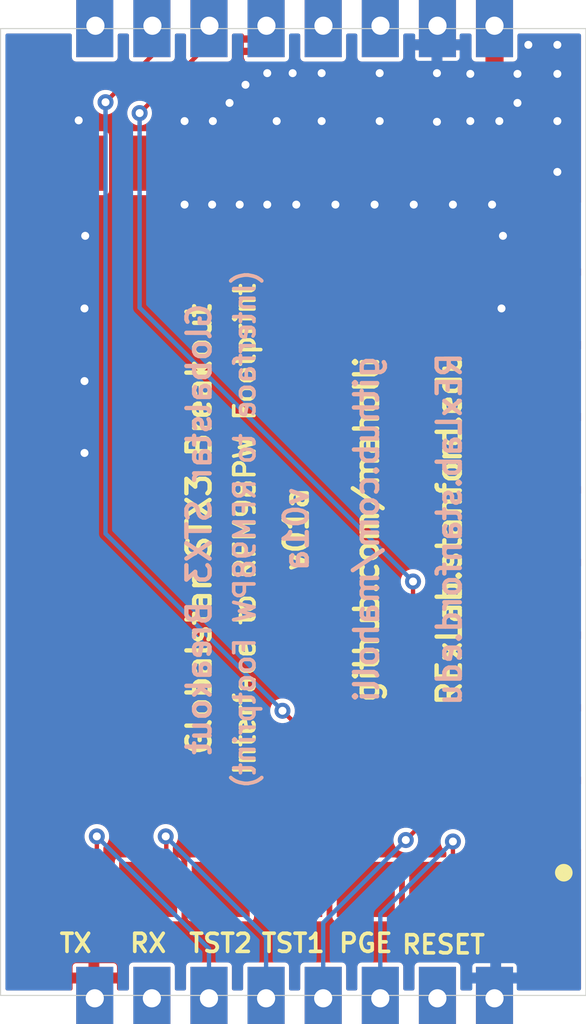
<source format=kicad_pcb>
(kicad_pcb (version 20171130) (host pcbnew "(5.1.4)-1")

  (general
    (thickness 1.6002)
    (drawings 23)
    (tracks 119)
    (zones 0)
    (modules 2)
    (nets 19)
  )

  (page USLetter)
  (title_block
    (rev 1)
  )

  (layers
    (0 Front signal)
    (31 Back signal)
    (34 B.Paste user)
    (35 F.Paste user)
    (36 B.SilkS user)
    (37 F.SilkS user)
    (38 B.Mask user)
    (39 F.Mask user)
    (44 Edge.Cuts user)
    (45 Margin user)
    (46 B.CrtYd user)
    (47 F.CrtYd user)
    (49 F.Fab user)
  )

  (setup
    (last_trace_width 0.381)
    (user_trace_width 0.1524)
    (user_trace_width 0.254)
    (user_trace_width 0.381)
    (user_trace_width 0.635)
    (trace_clearance 0.1524)
    (zone_clearance 0.1524)
    (zone_45_only no)
    (trace_min 0.1524)
    (via_size 0.5588)
    (via_drill 0.2794)
    (via_min_size 0.5588)
    (via_min_drill 0.2794)
    (user_via 0.5588 0.2794)
    (uvia_size 0.5588)
    (uvia_drill 0.2794)
    (uvias_allowed no)
    (uvia_min_size 0)
    (uvia_min_drill 0)
    (edge_width 0.0381)
    (segment_width 0.254)
    (pcb_text_width 0.3048)
    (pcb_text_size 1.524 1.524)
    (mod_edge_width 0.1524)
    (mod_text_size 0.8128 0.8128)
    (mod_text_width 0.1524)
    (pad_size 2 1.3)
    (pad_drill 0)
    (pad_to_mask_clearance 0.0254)
    (aux_axis_origin 0 0)
    (visible_elements 7FFFFF7F)
    (pcbplotparams
      (layerselection 0x010fc_ffffffff)
      (usegerberextensions false)
      (usegerberattributes false)
      (usegerberadvancedattributes false)
      (creategerberjobfile false)
      (excludeedgelayer true)
      (linewidth 0.152400)
      (plotframeref false)
      (viasonmask false)
      (mode 1)
      (useauxorigin false)
      (hpglpennumber 1)
      (hpglpenspeed 20)
      (hpglpendiameter 15.000000)
      (psnegative false)
      (psa4output false)
      (plotreference true)
      (plotvalue false)
      (plotinvisibletext false)
      (padsonsilk false)
      (subtractmaskfromsilk true)
      (outputformat 1)
      (mirror false)
      (drillshape 0)
      (scaleselection 1)
      (outputdirectory "./gerbers"))
  )

  (net 0 "")
  (net 1 "Net-(U1-Pad4)")
  (net 2 "Net-(U1-Pad3)")
  (net 3 "Net-(U1-Pad15)")
  (net 4 "Net-(U2-Pad21)")
  (net 5 "Net-(U2-Pad24)")
  (net 6 +3V3)
  (net 7 GND)
  (net 8 /ANT)
  (net 9 /CTS)
  (net 10 /RX)
  (net 11 /TX)
  (net 12 /RESET)
  (net 13 PGE)
  (net 14 "Net-(U1-Pad10)")
  (net 15 "Net-(U1-Pad8)")
  (net 16 RTS)
  (net 17 "Net-(U2-Pad29)")
  (net 18 "Net-(U2-Pad28)")

  (net_class Default "This is the default net class."
    (clearance 0.1524)
    (trace_width 0.1524)
    (via_dia 0.5588)
    (via_drill 0.2794)
    (uvia_dia 0.5588)
    (uvia_drill 0.2794)
    (diff_pair_width 0.1524)
    (diff_pair_gap 0.1524)
    (add_net +3V3)
    (add_net /ANT)
    (add_net /CTS)
    (add_net /RESET)
    (add_net /RX)
    (add_net /TX)
    (add_net GND)
    (add_net "Net-(U1-Pad10)")
    (add_net "Net-(U1-Pad15)")
    (add_net "Net-(U1-Pad3)")
    (add_net "Net-(U1-Pad4)")
    (add_net "Net-(U1-Pad8)")
    (add_net "Net-(U2-Pad21)")
    (add_net "Net-(U2-Pad24)")
    (add_net "Net-(U2-Pad28)")
    (add_net "Net-(U2-Pad29)")
    (add_net PGE)
    (add_net RTS)
  )

  (module custom-footprints:RFM98PW_castle (layer Front) (tedit 5D56DB04) (tstamp 5D564B8B)
    (at 125.3 90.5 90)
    (path /5D56B844)
    (fp_text reference U1 (at 1.016 -2.667 90) (layer F.SilkS) hide
      (effects (font (size 0.889 0.889) (thickness 0.127)) (justify right top))
    )
    (fp_text value RFM98PW (at 3.1748 5.9164 90) (layer F.SilkS) hide
      (effects (font (size 1.27 1.27) (thickness 0.15)) (justify right top))
    )
    (pad 16 smd rect (at -16.408 7.5 90) (size 2 1.3) (layers Front F.Paste F.Mask)
      (net 7 GND) (solder_mask_margin 0.0635))
    (pad 15 smd rect (at -16.408 5.5 90) (size 2 1.3) (layers Front F.Paste F.Mask)
      (net 3 "Net-(U1-Pad15)") (solder_mask_margin 0.0635))
    (pad 14 smd rect (at -16.408 3.5 90) (size 2 1.3) (layers Front F.Paste F.Mask)
      (net 12 /RESET) (solder_mask_margin 0.0635))
    (pad 13 smd rect (at -16.408 1.5 90) (size 2 1.3) (layers Front F.Paste F.Mask)
      (net 9 /CTS) (solder_mask_margin 0.0635))
    (pad 12 smd rect (at -16.408 -0.5 90) (size 2 1.3) (layers Front F.Paste F.Mask)
      (net 10 /RX) (solder_mask_margin 0.0635))
    (pad 11 smd rect (at -16.408 -2.5 90) (size 2 1.3) (layers Front F.Paste F.Mask)
      (net 11 /TX) (solder_mask_margin 0.0635))
    (pad 10 smd rect (at -16.408 -4.5 90) (size 2 1.3) (layers Front F.Paste F.Mask)
      (net 14 "Net-(U1-Pad10)") (solder_mask_margin 0.0635))
    (pad 9 smd rect (at -16.408 -6.5 90) (size 2 1.3) (layers Front F.Paste F.Mask)
      (net 6 +3V3) (solder_mask_margin 0.0635))
    (pad 1 smd rect (at 17.408 7.5 90) (size 2 1.3) (layers Front F.Paste F.Mask)
      (net 8 /ANT) (solder_mask_margin 0.0635))
    (pad 2 smd rect (at 17.408 5.5 90) (size 2 1.3) (layers Front F.Paste F.Mask)
      (net 7 GND) (solder_mask_margin 0.0635))
    (pad 3 smd rect (at 17.408 3.5 90) (size 2 1.3) (layers Front F.Paste F.Mask)
      (net 2 "Net-(U1-Pad3)") (solder_mask_margin 0.0635))
    (pad 4 smd rect (at 17.408 1.5 90) (size 2 1.3) (layers Front F.Paste F.Mask)
      (net 1 "Net-(U1-Pad4)") (solder_mask_margin 0.0635))
    (pad 5 smd rect (at 17.408 -0.5 90) (size 2 1.3) (layers Front F.Paste F.Mask)
      (net 6 +3V3) (solder_mask_margin 0.0635))
    (pad 6 smd rect (at 17.408 -2.5 90) (size 2 1.3) (layers Front F.Paste F.Mask)
      (net 16 RTS) (solder_mask_margin 0.0635))
    (pad 7 smd rect (at 17.408 -4.5 90) (size 2 1.3) (layers Front F.Paste F.Mask)
      (net 13 PGE) (solder_mask_margin 0.0635))
    (pad 8 thru_hole circle (at 17.508 -6.477 90) (size 1.016 1.016) (drill 0.635) (layers *.Cu *.Mask)
      (net 15 "Net-(U1-Pad8)"))
    (pad 8 smd rect (at 17.408 -6.5 90) (size 2 1.3) (layers Front F.Paste F.Mask)
      (net 15 "Net-(U1-Pad8)") (solder_mask_margin 0.0635))
    (pad 5 smd rect (at 17.408 -0.5 90) (size 2 1.3) (layers Back B.Mask)
      (net 6 +3V3) (solder_mask_margin 0.0635))
    (pad 6 smd rect (at 17.408 -2.5 90) (size 2 1.3) (layers Back B.Mask)
      (net 16 RTS) (solder_mask_margin 0.0635))
    (pad 1 smd rect (at 17.408 7.5 90) (size 2 1.3) (layers Back B.Mask)
      (net 8 /ANT) (solder_mask_margin 0.0635))
    (pad 8 smd rect (at 17.408 -6.5 90) (size 2 1.3) (layers Back B.Mask)
      (net 15 "Net-(U1-Pad8)") (solder_mask_margin 0.0635))
    (pad 3 smd rect (at 17.408 3.5 90) (size 2 1.3) (layers Back B.Mask)
      (net 2 "Net-(U1-Pad3)") (solder_mask_margin 0.0635))
    (pad 4 smd rect (at 17.408 1.5 90) (size 2 1.3) (layers Back B.Mask)
      (net 1 "Net-(U1-Pad4)") (solder_mask_margin 0.0635))
    (pad 7 smd rect (at 17.408 -4.5 90) (size 2 1.3) (layers Back B.Mask)
      (net 13 PGE) (solder_mask_margin 0.0635))
    (pad 2 smd rect (at 17.408 5.5 90) (size 2 1.3) (layers Back B.Mask)
      (net 7 GND) (solder_mask_margin 0.0635))
    (pad 9 smd rect (at -16.408 -6.5 90) (size 2 1.3) (layers Back B.Mask)
      (net 6 +3V3) (solder_mask_margin 0.0635))
    (pad 11 smd rect (at -16.408 -2.5 90) (size 2 1.3) (layers Back B.Mask)
      (net 11 /TX) (solder_mask_margin 0.0635))
    (pad 12 smd rect (at -16.408 -0.5 90) (size 2 1.3) (layers Back B.Mask)
      (net 10 /RX) (solder_mask_margin 0.0635))
    (pad 13 smd rect (at -16.408 1.5 90) (size 2 1.3) (layers Back B.Mask)
      (net 9 /CTS) (solder_mask_margin 0.0635))
    (pad 10 smd rect (at -16.408 -4.5 90) (size 2 1.3) (layers Back B.Mask)
      (net 14 "Net-(U1-Pad10)") (solder_mask_margin 0.0635))
    (pad 14 smd rect (at -16.408 3.5 90) (size 2 1.3) (layers Back B.Mask)
      (net 12 /RESET) (solder_mask_margin 0.0635))
    (pad 16 smd rect (at -16.408 7.5 90) (size 2 1.3) (layers Back B.Mask)
      (net 7 GND) (solder_mask_margin 0.0635))
    (pad 15 smd rect (at -16.408 5.5 90) (size 2 1.3) (layers Back B.Mask)
      (net 3 "Net-(U1-Pad15)") (solder_mask_margin 0.0635))
    (pad 7 thru_hole circle (at 17.508 -4.480286 90) (size 1.016 1.016) (drill 0.635) (layers *.Cu *.Mask)
      (net 13 PGE))
    (pad 6 thru_hole circle (at 17.508 -2.483572 90) (size 1.016 1.016) (drill 0.635) (layers *.Cu *.Mask)
      (net 16 RTS))
    (pad 5 thru_hole circle (at 17.508 -0.486858 90) (size 1.016 1.016) (drill 0.635) (layers *.Cu *.Mask)
      (net 6 +3V3))
    (pad 4 thru_hole circle (at 17.508 1.509856 90) (size 1.016 1.016) (drill 0.635) (layers *.Cu *.Mask)
      (net 1 "Net-(U1-Pad4)"))
    (pad 3 thru_hole circle (at 17.508 3.50657 90) (size 1.016 1.016) (drill 0.635) (layers *.Cu *.Mask)
      (net 2 "Net-(U1-Pad3)"))
    (pad 2 thru_hole circle (at 17.508 5.503284 90) (size 1.016 1.016) (drill 0.635) (layers *.Cu *.Mask)
      (net 7 GND))
    (pad 1 thru_hole circle (at 17.508 7.5 90) (size 1.016 1.016) (drill 0.635) (layers *.Cu *.Mask)
      (net 8 /ANT))
    (pad 9 thru_hole circle (at -16.508 -6.5 90) (size 1.016 1.016) (drill 0.635) (layers *.Cu *.Mask)
      (net 6 +3V3))
    (pad 10 thru_hole circle (at -16.508 -4.5 90) (size 1.016 1.016) (drill 0.635) (layers *.Cu *.Mask)
      (net 14 "Net-(U1-Pad10)"))
    (pad 11 thru_hole circle (at -16.508 -2.5 90) (size 1.016 1.016) (drill 0.635) (layers *.Cu *.Mask)
      (net 11 /TX))
    (pad 12 thru_hole circle (at -16.508 -0.5 90) (size 1.016 1.016) (drill 0.635) (layers *.Cu *.Mask)
      (net 10 /RX))
    (pad 13 thru_hole circle (at -16.508 1.5 90) (size 1.016 1.016) (drill 0.635) (layers *.Cu *.Mask)
      (net 9 /CTS))
    (pad 14 thru_hole circle (at -16.508 3.5 90) (size 1.016 1.016) (drill 0.635) (layers *.Cu *.Mask)
      (net 12 /RESET))
    (pad 15 thru_hole circle (at -16.508 5.5 90) (size 1.016 1.016) (drill 0.635) (layers *.Cu *.Mask)
      (net 3 "Net-(U1-Pad15)"))
    (pad 16 thru_hole circle (at -16.508 7.5 90) (size 1.016 1.016) (drill 0.635) (layers *.Cu *.Mask)
      (net 7 GND))
  )

  (module custom-footprints:STX3 (layer Front) (tedit 0) (tstamp 5D565458)
    (at 125.75 90.5 180)
    (path /5D56A7EF)
    (fp_text reference U2 (at 0 0) (layer F.SilkS) hide
      (effects (font (size 1.27 1.27) (thickness 0.15)))
    )
    (fp_text value STX3 (at 0 0) (layer F.SilkS) hide
      (effects (font (size 1.27 1.27) (thickness 0.15)))
    )
    (fp_text user STX3 (at -3 0.851699 90) (layer F.SilkS) hide
      (effects (font (size 1.2065 1.2065) (thickness 0.1016)) (justify right bottom))
    )
    (pad 1 smd rect (at -8.89 -10.16 180) (size 2.032 1.9304) (layers Front F.Paste F.Mask)
      (net 9 /CTS) (solder_mask_margin 0.1016))
    (pad 2 smd rect (at -8.89 -7.62 180) (size 2.032 1.9304) (layers Front F.Paste F.Mask)
      (net 16 RTS) (solder_mask_margin 0.1016))
    (pad 3 smd rect (at -8.89 -5.08 180) (size 2.032 1.9304) (layers Front F.Paste F.Mask)
      (net 4 "Net-(U2-Pad21)") (solder_mask_margin 0.1016))
    (pad 4 smd rect (at -8.89 -2.54 180) (size 2.032 1.9304) (layers Front F.Paste F.Mask)
      (net 4 "Net-(U2-Pad21)") (solder_mask_margin 0.1016))
    (pad 5 smd rect (at -8.89 0 180) (size 2.032 1.9304) (layers Front F.Paste F.Mask)
      (net 4 "Net-(U2-Pad21)") (solder_mask_margin 0.1016))
    (pad 6 smd rect (at -8.89 2.54 180) (size 2.032 1.9304) (layers Front F.Paste F.Mask)
      (net 4 "Net-(U2-Pad21)") (solder_mask_margin 0.1016))
    (pad 7 smd rect (at -8.89 5.08 180) (size 2.032 1.9304) (layers Front F.Paste F.Mask)
      (net 6 +3V3) (solder_mask_margin 0.1016))
    (pad 8 smd rect (at -8.89 7.62 180) (size 2.032 1.9304) (layers Front F.Paste F.Mask)
      (net 7 GND) (solder_mask_margin 0.1016))
    (pad 9 smd rect (at -8.89 10.16 180) (size 2.032 1.9304) (layers Front F.Paste F.Mask)
      (net 7 GND) (solder_mask_margin 0.1016))
    (pad 25 smd rect (at 8.89 -10.16 180) (size 2.032 1.9304) (layers Front F.Paste F.Mask)
      (net 4 "Net-(U2-Pad21)") (solder_mask_margin 0.1016))
    (pad 24 smd rect (at 8.89 -7.62 180) (size 2.032 1.9304) (layers Front F.Paste F.Mask)
      (net 5 "Net-(U2-Pad24)") (solder_mask_margin 0.1016))
    (pad 23 smd rect (at 8.89 -5.08 180) (size 2.032 1.9304) (layers Front F.Paste F.Mask)
      (net 4 "Net-(U2-Pad21)") (solder_mask_margin 0.1016))
    (pad 22 smd rect (at 8.89 -2.54 180) (size 2.032 1.9304) (layers Front F.Paste F.Mask)
      (net 4 "Net-(U2-Pad21)") (solder_mask_margin 0.1016))
    (pad 21 smd rect (at 8.89 0 180) (size 2.032 1.9304) (layers Front F.Paste F.Mask)
      (net 4 "Net-(U2-Pad21)") (solder_mask_margin 0.1016))
    (pad 20 smd rect (at 8.89 2.54 180) (size 2.032 1.9304) (layers Front F.Paste F.Mask)
      (net 7 GND) (solder_mask_margin 0.1016))
    (pad 19 smd rect (at 8.89 5.08 180) (size 2.032 1.9304) (layers Front F.Paste F.Mask)
      (net 7 GND) (solder_mask_margin 0.1016))
    (pad 18 smd rect (at 8.89 7.62 180) (size 2.032 1.9304) (layers Front F.Paste F.Mask)
      (net 7 GND) (solder_mask_margin 0.1016))
    (pad 17 smd rect (at 8.89 10.16 180) (size 2.032 1.9304) (layers Front F.Paste F.Mask)
      (net 7 GND) (solder_mask_margin 0.1016))
    (pad 32 smd rect (at -7.62 -12.7 180) (size 2.032 1.9304) (layers Front F.Paste F.Mask)
      (net 6 +3V3) (solder_mask_margin 0.1016))
    (pad 31 smd rect (at -5.08 -12.7 180) (size 2.032 1.9304) (layers Front F.Paste F.Mask)
      (net 12 /RESET) (solder_mask_margin 0.1016))
    (pad 30 smd rect (at -2.54 -12.7 180) (size 2.032 1.9304) (layers Front F.Paste F.Mask)
      (net 13 PGE) (solder_mask_margin 0.1016))
    (pad 29 smd rect (at 0 -12.7 180) (size 2.032 1.9304) (layers Front F.Paste F.Mask)
      (net 17 "Net-(U2-Pad29)") (solder_mask_margin 0.1016))
    (pad 28 smd rect (at 2.54 -12.7 180) (size 2.032 1.9304) (layers Front F.Paste F.Mask)
      (net 18 "Net-(U2-Pad28)") (solder_mask_margin 0.1016))
    (pad 27 smd rect (at 5.08 -12.7 180) (size 2.032 1.9304) (layers Front F.Paste F.Mask)
      (net 10 /RX) (solder_mask_margin 0.1016))
    (pad 26 smd rect (at 7.62 -12.7 180) (size 2.032 1.9304) (layers Front F.Paste F.Mask)
      (net 11 /TX) (solder_mask_margin 0.1016))
    (pad 10 smd rect (at -7.62 12.7 180) (size 2.032 1.9304) (layers Front F.Paste F.Mask)
      (net 7 GND) (solder_mask_margin 0.1016))
    (pad 11 smd rect (at -5.08 12.7 180) (size 2.032 1.9304) (layers Front F.Paste F.Mask)
      (net 7 GND) (solder_mask_margin 0.1016))
    (pad 12 smd rect (at -2.54 12.7 180) (size 2.032 1.9304) (layers Front F.Paste F.Mask)
      (net 7 GND) (solder_mask_margin 0.1016))
    (pad 16 smd rect (at 7.62 12.7 180) (size 2.032 1.9304) (layers Front F.Paste F.Mask)
      (net 7 GND) (solder_mask_margin 0.1016))
    (pad 15 smd rect (at 5.08 12.7 180) (size 2.032 1.9304) (layers Front F.Paste F.Mask)
      (net 7 GND) (solder_mask_margin 0.1016))
    (pad 14 smd rect (at 2.54 12.7 180) (size 2.032 1.9304) (layers Front F.Paste F.Mask)
      (net 8 /ANT) (solder_mask_margin 0.1016))
    (pad 13 smd rect (at 0 12.7 180) (size 2.032 1.9304) (layers Front F.Paste F.Mask)
      (net 7 GND) (solder_mask_margin 0.1016))
  )

  (gr_circle (center 135.226473 102.616) (end 135.382 102.616) (layer F.SilkS) (width 0.3048))
  (gr_text RESET (at 131.0132 105.1306) (layer F.SilkS) (tstamp 5D57A26B)
    (effects (font (size 0.635 0.635) (thickness 0.127)))
  )
  (gr_text PGE (at 128.29 105.0798) (layer F.SilkS) (tstamp 5D57A233)
    (effects (font (size 0.635 0.635) (thickness 0.127)))
  )
  (gr_text TST2 (at 123.21 105.0798) (layer F.SilkS) (tstamp 5D57A138)
    (effects (font (size 0.635 0.635) (thickness 0.127)))
  )
  (gr_text TST1 (at 125.75 105.0798) (layer F.SilkS) (tstamp 5D57A135)
    (effects (font (size 0.635 0.635) (thickness 0.127)))
  )
  (gr_text RX (at 120.67 105.0798) (layer F.SilkS) (tstamp 5D57A0FD)
    (effects (font (size 0.635 0.635) (thickness 0.127)))
  )
  (gr_text TX (at 118.13 105.0798) (layer F.SilkS) (tstamp 5D57A0EB)
    (effects (font (size 0.635 0.635) (thickness 0.127)))
  )
  (gr_text RExLab.stanford.edu (at 131.2164 90.6018 90) (layer F.SilkS) (tstamp 5D579F31)
    (effects (font (size 0.8128 0.8128) (thickness 0.1524)))
  )
  (gr_text RExLab.stanford.edu (at 131.2164 90.6018 90) (layer B.SilkS) (tstamp 5D579F2E)
    (effects (font (size 0.8128 0.8128) (thickness 0.1524)) (justify mirror))
  )
  (gr_text github.com/maholli (at 128.3208 90.6018 90) (layer B.SilkS) (tstamp 5D579E8B)
    (effects (font (size 0.8128 0.8128) (thickness 0.1524)) (justify mirror))
  )
  (gr_text "(Interface to RFM98PW Footprint)" (at 124.0536 90.601799 90) (layer B.SilkS) (tstamp 5D579E8A)
    (effects (font (size 0.7112 0.7112) (thickness 0.127)) (justify mirror))
  )
  (gr_text "Globalstar STX3 Breakout" (at 122.4534 90.6018 90) (layer B.SilkS) (tstamp 5D579E89)
    (effects (font (size 0.8128 0.8128) (thickness 0.1524)) (justify mirror))
  )
  (gr_text v01a (at 125.857 90.601799 90) (layer B.SilkS) (tstamp 5D579E88)
    (effects (font (size 0.8128 0.8128) (thickness 0.1524)) (justify mirror))
  )
  (gr_text github.com/maholli (at 128.3208 90.6018 90) (layer F.SilkS) (tstamp 5D579D21)
    (effects (font (size 0.8128 0.8128) (thickness 0.1524)))
  )
  (gr_text "v01a\nHolliday" (at 134.6708 106.5022 90) (layer F.Mask) (tstamp 5D579969)
    (effects (font (size 0.508 0.508) (thickness 0.1016)) (justify left))
  )
  (gr_text v01a (at 125.857 90.601801 90) (layer F.SilkS) (tstamp 5D579963)
    (effects (font (size 0.8128 0.8128) (thickness 0.1524)))
  )
  (gr_text "(Interface to RFM98PW Footprint)" (at 124.0536 90.601801 90) (layer F.SilkS) (tstamp 5D5798AD)
    (effects (font (size 0.7112 0.7112) (thickness 0.127)))
  )
  (gr_text "Globalstar STX3 Breakout" (at 122.4534 90.6018 90) (layer F.SilkS)
    (effects (font (size 0.8128 0.8128) (thickness 0.1524)))
  )
  (gr_text "Globalstar\nSTX3" (at 116.7892 73.5584 90) (layer F.Mask)
    (effects (font (size 0.635 0.635) (thickness 0.127)) (justify right))
  )
  (gr_line (start 115.5 106.908) (end 115.5 73.092) (layer Edge.Cuts) (width 0.0381) (tstamp 5D56470C))
  (gr_line (start 136 106.908) (end 115.5 106.908) (layer Edge.Cuts) (width 0.0381))
  (gr_line (start 136 73.092) (end 136 106.908) (layer Edge.Cuts) (width 0.0381))
  (gr_line (start 115.5 73.092) (end 136 73.092) (layer Edge.Cuts) (width 0.0381))

  (segment (start 118.44 87.935) (end 118.4402 87.9348) (width 0.381) (layer Front) (net 7) (tstamp 5D57B8BA))
  (segment (start 116.8962 87.935) (end 118.44 87.935) (width 0.381) (layer Front) (net 7) (tstamp 5D57B8BB))
  (via (at 118.4402 87.9348) (size 0.5588) (drill 0.2794) (layers Front Back) (net 7) (tstamp 5D57B8BC))
  (segment (start 118.44 85.4204) (end 118.4402 85.4202) (width 0.381) (layer Front) (net 7) (tstamp 5D57B8BA))
  (segment (start 116.8962 85.4204) (end 118.44 85.4204) (width 0.381) (layer Front) (net 7) (tstamp 5D57B8BB))
  (via (at 118.4402 85.4202) (size 0.5588) (drill 0.2794) (layers Front Back) (net 7) (tstamp 5D57B8BC))
  (segment (start 118.4654 80.3404) (end 118.4656 80.3402) (width 0.381) (layer Front) (net 7) (tstamp 5D57B8BA))
  (segment (start 116.9216 80.3404) (end 118.4654 80.3404) (width 0.381) (layer Front) (net 7) (tstamp 5D57B8BB))
  (via (at 118.4656 80.3402) (size 0.5588) (drill 0.2794) (layers Front Back) (net 7) (tstamp 5D57B8BC))
  (segment (start 133.0454 82.88) (end 133.0452 82.8802) (width 0.381) (layer Front) (net 7) (tstamp 5D57B8BA))
  (segment (start 134.5892 82.88) (end 133.0454 82.88) (width 0.381) (layer Front) (net 7) (tstamp 5D57B8BB))
  (via (at 133.0452 82.8802) (size 0.5588) (drill 0.2794) (layers Front Back) (net 7) (tstamp 5D57B8BC))
  (segment (start 117.7798 106.299) (end 118.364 106.299) (width 0.381) (layer Front) (net 6) (tstamp 5D576C36))
  (segment (start 119.7102 106.299) (end 119.126 106.299) (width 0.381) (layer Front) (net 6) (tstamp 5D576C3D))
  (segment (start 118.7704 106.2228) (end 118.7704 105.6386) (width 0.381) (layer Front) (net 6) (tstamp 5D576C41))
  (segment (start 124.46 73.8886) (end 123.8758 73.8886) (width 0.254) (layer Front) (net 6) (tstamp 5D576C4B))
  (segment (start 124.46 73.4568) (end 123.8758 73.4568) (width 0.254) (layer Front) (net 6) (tstamp 5D5776AF))
  (via (at 130.7846 74.6506) (size 0.5588) (drill 0.2794) (layers Front Back) (net 7))
  (via (at 130.7846 76.3524) (size 0.5588) (drill 0.2794) (layers Front Back) (net 7) (tstamp 5D575ACD))
  (via (at 128.778 74.6506) (size 0.5588) (drill 0.2794) (layers Front Back) (net 7) (tstamp 5D575BEB))
  (via (at 128.778 76.327) (size 0.5588) (drill 0.2794) (layers Front Back) (net 7) (tstamp 5D575C25))
  (via (at 126.746 76.327) (size 0.5588) (drill 0.2794) (layers Front Back) (net 7) (tstamp 5D575C27))
  (via (at 126.746 74.6506) (size 0.5588) (drill 0.2794) (layers Front Back) (net 7) (tstamp 5D575C61))
  (via (at 124.841 74.6506) (size 0.5588) (drill 0.2794) (layers Front Back) (net 7) (tstamp 5D575C63))
  (via (at 125.1712 76.327) (size 0.5588) (drill 0.2794) (layers Front Back) (net 7) (tstamp 5D575C65))
  (via (at 124.079 75.057) (size 0.5588) (drill 0.2794) (layers Front Back) (net 7) (tstamp 5D575C9F))
  (via (at 123.5202 75.692) (size 0.5588) (drill 0.2794) (layers Front Back) (net 7) (tstamp 5D575CA1))
  (via (at 122.936 76.327) (size 0.5588) (drill 0.2794) (layers Front Back) (net 7) (tstamp 5D575CA3))
  (via (at 125.73 74.6506) (size 0.5588) (drill 0.2794) (layers Front Back) (net 7) (tstamp 5D575D1A))
  (via (at 131.953 74.676) (size 0.5588) (drill 0.2794) (layers Front Back) (net 7) (tstamp 5D575D54))
  (via (at 133.985 73.66) (size 0.5588) (drill 0.2794) (layers Front Back) (net 7) (tstamp 5D575D56))
  (via (at 133.604 74.676) (size 0.5588) (drill 0.2794) (layers Front Back) (net 7) (tstamp 5D575D58))
  (via (at 131.953 76.327) (size 0.5588) (drill 0.2794) (layers Front Back) (net 7) (tstamp 5D575D5C))
  (via (at 121.9454 79.248) (size 0.5588) (drill 0.2794) (layers Front Back) (net 7) (tstamp 5D576BC4))
  (via (at 122.9106 79.248) (size 0.5588) (drill 0.2794) (layers Front Back) (net 7) (tstamp 5D576BC6))
  (via (at 123.8758 79.248) (size 0.5588) (drill 0.2794) (layers Front Back) (net 7) (tstamp 5D576BC8))
  (via (at 124.841 79.248) (size 0.5588) (drill 0.2794) (layers Front Back) (net 7) (tstamp 5D576BCA))
  (via (at 125.857 79.248) (size 0.5588) (drill 0.2794) (layers Front Back) (net 7) (tstamp 5D576BCE))
  (via (at 127.2286 79.248) (size 0.5588) (drill 0.2794) (layers Front Back) (net 7) (tstamp 5D576BD0))
  (via (at 135.001 78.105) (size 0.5588) (drill 0.2794) (layers Front Back) (net 7) (tstamp 5D576BD8))
  (via (at 132.715 79.248) (size 0.5588) (drill 0.2794) (layers Front Back) (net 7) (tstamp 5D576BDA))
  (via (at 131.3434 79.248) (size 0.5588) (drill 0.2794) (layers Front Back) (net 7) (tstamp 5D576BDC))
  (via (at 129.9718 79.248) (size 0.5588) (drill 0.2794) (layers Front Back) (net 7) (tstamp 5D576BDE))
  (via (at 128.6002 79.248) (size 0.5588) (drill 0.2794) (layers Front Back) (net 7) (tstamp 5D576BE0))
  (segment (start 130.7846 74.6506) (end 130.7846 74.0664) (width 0.381) (layer Back) (net 7))
  (segment (start 130.5052 73.66) (end 129.921 73.66) (width 0.381) (layer Back) (net 7) (tstamp 5D576C1E))
  (segment (start 131.6482 73.66) (end 131.064 73.66) (width 0.381) (layer Back) (net 7) (tstamp 5D576C21))
  (via (at 121.9454 76.327) (size 0.5588) (drill 0.2794) (layers Front Back) (net 7) (tstamp 5D576E07))
  (via (at 135.001 76.327) (size 0.5588) (drill 0.2794) (layers Front Back) (net 7) (tstamp 5D5787CD))
  (via (at 135.001 73.66) (size 0.5588) (drill 0.2794) (layers Front Back) (net 7) (tstamp 5D57882E))
  (via (at 132.969 76.327) (size 0.5588) (drill 0.2794) (layers Front Back) (net 7) (tstamp 5D578998))
  (via (at 133.604 75.692) (size 0.5588) (drill 0.2794) (layers Front Back) (net 7) (tstamp 5D5789D2))
  (via (at 135.001 74.676) (size 0.5588) (drill 0.2794) (layers Front Back) (net 7) (tstamp 5D578A0E))
  (segment (start 121.5644 77.312) (end 121.5644 76.454) (width 0.1524) (layer Front) (net 7))
  (segment (start 121.5644 79.4964) (end 121.5644 78.6384) (width 0.1524) (layer Front) (net 7) (tstamp 5D578CCA))
  (segment (start 131.6482 73.66) (end 131.064 73.66) (width 0.381) (layer Front) (net 7) (tstamp 5D57B090))
  (segment (start 130.5052 73.66) (end 129.921 73.66) (width 0.381) (layer Front) (net 7) (tstamp 5D57B093))
  (segment (start 130.7846 73.7997) (end 130.7846 74.3839) (width 0.381) (layer Front) (net 7) (tstamp 5D57B1CD))
  (segment (start 132.842 106.045) (end 132.842 105.4608) (width 0.381) (layer Back) (net 7) (tstamp 5D576C2C))
  (segment (start 133.35 106.299) (end 133.9342 106.299) (width 0.381) (layer Back) (net 7) (tstamp 5D576C26))
  (segment (start 132.461 106.299) (end 131.8768 106.299) (width 0.381) (layer Back) (net 7) (tstamp 5D576C2F))
  (via (at 133.096 80.3402) (size 0.5588) (drill 0.2794) (layers Front Back) (net 7))
  (segment (start 134.64 80.34) (end 133.0962 80.34) (width 0.381) (layer Front) (net 7))
  (segment (start 133.0962 80.34) (end 133.096 80.3402) (width 0.381) (layer Front) (net 7))
  (segment (start 118.44 82.8804) (end 118.4402 82.8802) (width 0.381) (layer Front) (net 7) (tstamp 5D57B9C8))
  (segment (start 116.8962 82.8804) (end 118.44 82.8804) (width 0.381) (layer Front) (net 7) (tstamp 5D57B9C9))
  (via (at 118.4402 82.8802) (size 0.5588) (drill 0.2794) (layers Front Back) (net 7) (tstamp 5D57B9CA))
  (via (at 118.237 76.3016) (size 0.5588) (drill 0.2794) (layers Front Back) (net 7))
  (segment (start 118.237 77.693) (end 118.237 76.3016) (width 0.381) (layer Front) (net 7))
  (segment (start 118.13 77.8) (end 118.237 77.693) (width 0.381) (layer Front) (net 7))
  (segment (start 132.8 75.2) (end 132.8 73.58096) (width 0.635) (layer Front) (net 8))
  (segment (start 132.4858 75.5142) (end 132.8 75.2) (width 0.635) (layer Front) (net 8))
  (segment (start 124.85624 75.5142) (end 132.4858 75.5142) (width 0.635) (layer Front) (net 8))
  (segment (start 123.90882 77.50048) (end 123.90882 76.46162) (width 0.635) (layer Front) (net 8))
  (segment (start 123.90882 76.46162) (end 124.85624 75.5142) (width 0.635) (layer Front) (net 8))
  (via (at 129.6924 101.472996) (size 0.5588) (drill 0.2794) (layers Front Back) (net 9))
  (segment (start 126.8 104.365396) (end 129.413001 101.752395) (width 0.1524) (layer Back) (net 9))
  (segment (start 129.413001 101.752395) (end 129.6924 101.472996) (width 0.1524) (layer Back) (net 9))
  (segment (start 126.8 106.66034) (end 126.8 104.365396) (width 0.1524) (layer Back) (net 9))
  (segment (start 129.971799 101.193597) (end 129.6924 101.472996) (width 0.1524) (layer Front) (net 9))
  (segment (start 134.64 100.66) (end 130.505396 100.66) (width 0.1524) (layer Front) (net 9))
  (segment (start 130.505396 100.66) (end 129.971799 101.193597) (width 0.1524) (layer Front) (net 9))
  (via (at 121.285 101.345996) (size 0.5588) (drill 0.2794) (layers Front Back) (net 10))
  (segment (start 121.305 103.2) (end 121.305 101.365996) (width 0.1524) (layer Front) (net 10))
  (segment (start 124.8 104.860996) (end 124.8 106.66034) (width 0.1524) (layer Back) (net 10))
  (segment (start 121.285 101.345996) (end 124.8 104.860996) (width 0.1524) (layer Back) (net 10))
  (via (at 118.872 101.346) (size 0.5588) (drill 0.2794) (layers Front Back) (net 11))
  (segment (start 118.872 102.87) (end 118.872 101.346) (width 0.1524) (layer Front) (net 11))
  (segment (start 118.13 103.2) (end 118.542 103.2) (width 0.1524) (layer Front) (net 11))
  (segment (start 118.542 103.2) (end 118.872 102.87) (width 0.1524) (layer Front) (net 11))
  (segment (start 122.8 105.274) (end 122.8 106.66034) (width 0.1524) (layer Back) (net 11))
  (segment (start 118.872 101.346) (end 122.8 105.274) (width 0.1524) (layer Back) (net 11))
  (segment (start 128.8 106.66034) (end 128.8 104.0672) (width 0.1524) (layer Back) (net 12))
  (segment (start 128.8 104.0672) (end 131.064001 101.803199) (width 0.1524) (layer Back) (net 12))
  (segment (start 131.064001 101.803199) (end 131.3434 101.5238) (width 0.1524) (layer Back) (net 12))
  (segment (start 130.83 103.2) (end 131.3434 102.6866) (width 0.1524) (layer Front) (net 12))
  (segment (start 131.3434 102.6866) (end 131.3434 101.5238) (width 0.1524) (layer Front) (net 12))
  (via (at 131.3434 101.5238) (size 0.5588) (drill 0.2794) (layers Front Back) (net 12))
  (via (at 125.3744 96.9518) (size 0.5588) (drill 0.2794) (layers Front Back) (net 13))
  (segment (start 128.29 99.8674) (end 125.3744 96.9518) (width 0.1524) (layer Front) (net 13))
  (segment (start 128.29 103.2) (end 128.29 99.8674) (width 0.1524) (layer Front) (net 13))
  (segment (start 119.1768 90.7542) (end 119.1768 76.061735) (width 0.1524) (layer Back) (net 13))
  (segment (start 119.1768 76.061735) (end 119.1768 75.666604) (width 0.1524) (layer Back) (net 13))
  (segment (start 125.3744 96.9518) (end 119.1768 90.7542) (width 0.1524) (layer Back) (net 13))
  (segment (start 120.8278 74.015604) (end 119.456199 75.387205) (width 0.1524) (layer Front) (net 13))
  (segment (start 120.8278 73.406) (end 120.8278 74.015604) (width 0.1524) (layer Front) (net 13))
  (via (at 119.1768 75.666604) (size 0.5588) (drill 0.2794) (layers Front Back) (net 13))
  (segment (start 119.456199 75.387205) (end 119.1768 75.666604) (width 0.1524) (layer Front) (net 13))
  (via (at 129.9464 92.4306) (size 0.5588) (drill 0.2794) (layers Front Back) (net 16))
  (via (at 120.3706 76.0476) (size 0.5588) (drill 0.2794) (layers Front Back) (net 16))
  (segment (start 129.9464 92.4306) (end 120.3706 82.8548) (width 0.1524) (layer Back) (net 16))
  (segment (start 120.649999 75.768201) (end 120.3706 76.0476) (width 0.1524) (layer Front) (net 16))
  (segment (start 120.3706 76.442731) (end 120.3706 76.0476) (width 0.1524) (layer Back) (net 16))
  (segment (start 120.3706 82.8548) (end 120.3706 76.442731) (width 0.1524) (layer Back) (net 16))
  (segment (start 129.9464 96.0628) (end 129.9464 92.4306) (width 0.1524) (layer Front) (net 16))
  (segment (start 134.64 98.12) (end 132.0036 98.12) (width 0.1524) (layer Front) (net 16))
  (segment (start 132.0036 98.12) (end 129.9464 96.0628) (width 0.1524) (layer Front) (net 16))
  (segment (start 122.8 73.33966) (end 122.8 73.6182) (width 0.1524) (layer Front) (net 16))
  (segment (start 122.8 73.6182) (end 120.649999 75.768201) (width 0.1524) (layer Front) (net 16))

  (zone (net 7) (net_name GND) (layer Back) (tstamp 0) (hatch edge 0.508)
    (connect_pads (clearance 0.1524))
    (min_thickness 0.127)
    (fill yes (arc_segments 32) (thermal_gap 0.127) (thermal_bridge_width 0.254))
    (polygon
      (pts
        (xy 115.5 73) (xy 136 73) (xy 136 107) (xy 115.5 107)
      )
    )
    (filled_polygon
      (pts
        (xy 117.933056 74.092) (xy 117.937225 74.134324) (xy 117.94957 74.175021) (xy 117.969618 74.212528) (xy 117.996597 74.245403)
        (xy 118.029472 74.272382) (xy 118.066979 74.29243) (xy 118.107676 74.304775) (xy 118.15 74.308944) (xy 119.45 74.308944)
        (xy 119.492324 74.304775) (xy 119.533021 74.29243) (xy 119.570528 74.272382) (xy 119.603403 74.245403) (xy 119.630382 74.212528)
        (xy 119.65043 74.175021) (xy 119.662775 74.134324) (xy 119.666944 74.092) (xy 119.666944 73.32695) (xy 119.933056 73.32695)
        (xy 119.933056 74.092) (xy 119.937225 74.134324) (xy 119.94957 74.175021) (xy 119.969618 74.212528) (xy 119.996597 74.245403)
        (xy 120.029472 74.272382) (xy 120.066979 74.29243) (xy 120.107676 74.304775) (xy 120.15 74.308944) (xy 121.45 74.308944)
        (xy 121.492324 74.304775) (xy 121.533021 74.29243) (xy 121.570528 74.272382) (xy 121.603403 74.245403) (xy 121.630382 74.212528)
        (xy 121.65043 74.175021) (xy 121.662775 74.134324) (xy 121.666944 74.092) (xy 121.666944 73.32695) (xy 121.933056 73.32695)
        (xy 121.933056 74.092) (xy 121.937225 74.134324) (xy 121.94957 74.175021) (xy 121.969618 74.212528) (xy 121.996597 74.245403)
        (xy 122.029472 74.272382) (xy 122.066979 74.29243) (xy 122.107676 74.304775) (xy 122.15 74.308944) (xy 123.45 74.308944)
        (xy 123.492324 74.304775) (xy 123.533021 74.29243) (xy 123.570528 74.272382) (xy 123.603403 74.245403) (xy 123.630382 74.212528)
        (xy 123.65043 74.175021) (xy 123.662775 74.134324) (xy 123.666944 74.092) (xy 123.666944 73.32695) (xy 123.933056 73.32695)
        (xy 123.933056 74.092) (xy 123.937225 74.134324) (xy 123.94957 74.175021) (xy 123.969618 74.212528) (xy 123.996597 74.245403)
        (xy 124.029472 74.272382) (xy 124.066979 74.29243) (xy 124.107676 74.304775) (xy 124.15 74.308944) (xy 125.45 74.308944)
        (xy 125.492324 74.304775) (xy 125.533021 74.29243) (xy 125.570528 74.272382) (xy 125.603403 74.245403) (xy 125.630382 74.212528)
        (xy 125.65043 74.175021) (xy 125.662775 74.134324) (xy 125.666944 74.092) (xy 125.666944 73.32695) (xy 125.933056 73.32695)
        (xy 125.933056 74.092) (xy 125.937225 74.134324) (xy 125.94957 74.175021) (xy 125.969618 74.212528) (xy 125.996597 74.245403)
        (xy 126.029472 74.272382) (xy 126.066979 74.29243) (xy 126.107676 74.304775) (xy 126.15 74.308944) (xy 127.45 74.308944)
        (xy 127.492324 74.304775) (xy 127.533021 74.29243) (xy 127.570528 74.272382) (xy 127.603403 74.245403) (xy 127.630382 74.212528)
        (xy 127.65043 74.175021) (xy 127.662775 74.134324) (xy 127.666944 74.092) (xy 127.666944 73.32695) (xy 127.933056 73.32695)
        (xy 127.933056 74.092) (xy 127.937225 74.134324) (xy 127.94957 74.175021) (xy 127.969618 74.212528) (xy 127.996597 74.245403)
        (xy 128.029472 74.272382) (xy 128.066979 74.29243) (xy 128.107676 74.304775) (xy 128.15 74.308944) (xy 129.45 74.308944)
        (xy 129.492324 74.304775) (xy 129.533021 74.29243) (xy 129.570528 74.272382) (xy 129.603403 74.245403) (xy 129.630382 74.212528)
        (xy 129.65043 74.175021) (xy 129.662775 74.134324) (xy 129.666944 74.092) (xy 129.666944 73.32695) (xy 129.959372 73.32695)
        (xy 129.958578 74.092) (xy 129.962256 74.129345) (xy 129.973149 74.165254) (xy 129.990838 74.198348) (xy 130.014644 74.227356)
        (xy 130.043652 74.251162) (xy 130.076746 74.268851) (xy 130.112655 74.279744) (xy 130.15 74.283422) (xy 130.688875 74.2825)
        (xy 130.7365 74.234875) (xy 130.7365 73.688137) (xy 130.839293 73.692956) (xy 130.8635 73.68931) (xy 130.8635 74.234875)
        (xy 130.911125 74.2825) (xy 131.45 74.283422) (xy 131.487345 74.279744) (xy 131.523254 74.268851) (xy 131.556348 74.251162)
        (xy 131.585356 74.227356) (xy 131.609162 74.198348) (xy 131.626851 74.165254) (xy 131.637744 74.129345) (xy 131.641422 74.092)
        (xy 131.640628 73.32695) (xy 131.933056 73.32695) (xy 131.933056 74.092) (xy 131.937225 74.134324) (xy 131.94957 74.175021)
        (xy 131.969618 74.212528) (xy 131.996597 74.245403) (xy 132.029472 74.272382) (xy 132.066979 74.29243) (xy 132.107676 74.304775)
        (xy 132.15 74.308944) (xy 133.45 74.308944) (xy 133.492324 74.304775) (xy 133.533021 74.29243) (xy 133.570528 74.272382)
        (xy 133.603403 74.245403) (xy 133.630382 74.212528) (xy 133.65043 74.175021) (xy 133.662775 74.134324) (xy 133.666944 74.092)
        (xy 133.666944 73.32695) (xy 135.76505 73.32695) (xy 135.765051 106.67305) (xy 133.640628 106.67305) (xy 133.641422 105.908)
        (xy 133.637744 105.870655) (xy 133.626851 105.834746) (xy 133.609162 105.801652) (xy 133.585356 105.772644) (xy 133.556348 105.748838)
        (xy 133.523254 105.731149) (xy 133.487345 105.720256) (xy 133.45 105.716578) (xy 132.911125 105.7175) (xy 132.8635 105.765125)
        (xy 132.8635 106.311709) (xy 132.763991 106.307044) (xy 132.7365 106.311185) (xy 132.7365 105.765125) (xy 132.688875 105.7175)
        (xy 132.15 105.716578) (xy 132.112655 105.720256) (xy 132.076746 105.731149) (xy 132.043652 105.748838) (xy 132.014644 105.772644)
        (xy 131.990838 105.801652) (xy 131.973149 105.834746) (xy 131.962256 105.870655) (xy 131.958578 105.908) (xy 131.959372 106.67305)
        (xy 131.666944 106.67305) (xy 131.666944 105.908) (xy 131.662775 105.865676) (xy 131.65043 105.824979) (xy 131.630382 105.787472)
        (xy 131.603403 105.754597) (xy 131.570528 105.727618) (xy 131.533021 105.70757) (xy 131.492324 105.695225) (xy 131.45 105.691056)
        (xy 130.15 105.691056) (xy 130.107676 105.695225) (xy 130.066979 105.70757) (xy 130.029472 105.727618) (xy 129.996597 105.754597)
        (xy 129.969618 105.787472) (xy 129.94957 105.824979) (xy 129.937225 105.865676) (xy 129.933056 105.908) (xy 129.933056 106.67305)
        (xy 129.666944 106.67305) (xy 129.666944 105.908) (xy 129.662775 105.865676) (xy 129.65043 105.824979) (xy 129.630382 105.787472)
        (xy 129.603403 105.754597) (xy 129.570528 105.727618) (xy 129.533021 105.70757) (xy 129.492324 105.695225) (xy 129.45 105.691056)
        (xy 129.0921 105.691056) (xy 129.0921 104.188191) (xy 131.266738 102.013554) (xy 131.294617 102.0191) (xy 131.392183 102.0191)
        (xy 131.487874 102.000066) (xy 131.578013 101.96273) (xy 131.659136 101.908525) (xy 131.728125 101.839536) (xy 131.78233 101.758413)
        (xy 131.819666 101.668274) (xy 131.8387 101.572583) (xy 131.8387 101.475017) (xy 131.819666 101.379326) (xy 131.78233 101.289187)
        (xy 131.728125 101.208064) (xy 131.659136 101.139075) (xy 131.578013 101.08487) (xy 131.487874 101.047534) (xy 131.392183 101.0285)
        (xy 131.294617 101.0285) (xy 131.198926 101.047534) (xy 131.108787 101.08487) (xy 131.027664 101.139075) (xy 130.958675 101.208064)
        (xy 130.90447 101.289187) (xy 130.867134 101.379326) (xy 130.8481 101.475017) (xy 130.8481 101.572583) (xy 130.853646 101.600462)
        (xy 128.603598 103.850511) (xy 128.592456 103.859655) (xy 128.583312 103.870797) (xy 128.58331 103.870799) (xy 128.555953 103.904134)
        (xy 128.528829 103.954878) (xy 128.512127 104.009939) (xy 128.506488 104.0672) (xy 128.507901 104.081548) (xy 128.5079 105.691056)
        (xy 128.15 105.691056) (xy 128.107676 105.695225) (xy 128.066979 105.70757) (xy 128.029472 105.727618) (xy 127.996597 105.754597)
        (xy 127.969618 105.787472) (xy 127.94957 105.824979) (xy 127.937225 105.865676) (xy 127.933056 105.908) (xy 127.933056 106.67305)
        (xy 127.666944 106.67305) (xy 127.666944 105.908) (xy 127.662775 105.865676) (xy 127.65043 105.824979) (xy 127.630382 105.787472)
        (xy 127.603403 105.754597) (xy 127.570528 105.727618) (xy 127.533021 105.70757) (xy 127.492324 105.695225) (xy 127.45 105.691056)
        (xy 127.0921 105.691056) (xy 127.0921 104.486387) (xy 129.615738 101.96275) (xy 129.643617 101.968296) (xy 129.741183 101.968296)
        (xy 129.836874 101.949262) (xy 129.927013 101.911926) (xy 130.008136 101.857721) (xy 130.077125 101.788732) (xy 130.13133 101.707609)
        (xy 130.168666 101.61747) (xy 130.1877 101.521779) (xy 130.1877 101.424213) (xy 130.168666 101.328522) (xy 130.13133 101.238383)
        (xy 130.077125 101.15726) (xy 130.008136 101.088271) (xy 129.927013 101.034066) (xy 129.836874 100.99673) (xy 129.741183 100.977696)
        (xy 129.643617 100.977696) (xy 129.547926 100.99673) (xy 129.457787 101.034066) (xy 129.376664 101.088271) (xy 129.307675 101.15726)
        (xy 129.25347 101.238383) (xy 129.216134 101.328522) (xy 129.1971 101.424213) (xy 129.1971 101.521779) (xy 129.202646 101.549658)
        (xy 126.603598 104.148707) (xy 126.592456 104.157851) (xy 126.583312 104.168993) (xy 126.58331 104.168995) (xy 126.555953 104.20233)
        (xy 126.528829 104.253074) (xy 126.512127 104.308135) (xy 126.506488 104.365396) (xy 126.507901 104.379744) (xy 126.5079 105.691056)
        (xy 126.15 105.691056) (xy 126.107676 105.695225) (xy 126.066979 105.70757) (xy 126.029472 105.727618) (xy 125.996597 105.754597)
        (xy 125.969618 105.787472) (xy 125.94957 105.824979) (xy 125.937225 105.865676) (xy 125.933056 105.908) (xy 125.933056 106.67305)
        (xy 125.666944 106.67305) (xy 125.666944 105.908) (xy 125.662775 105.865676) (xy 125.65043 105.824979) (xy 125.630382 105.787472)
        (xy 125.603403 105.754597) (xy 125.570528 105.727618) (xy 125.533021 105.70757) (xy 125.492324 105.695225) (xy 125.45 105.691056)
        (xy 125.0921 105.691056) (xy 125.0921 104.875342) (xy 125.093513 104.860996) (xy 125.087873 104.803734) (xy 125.071171 104.748673)
        (xy 125.044047 104.697929) (xy 125.01669 104.664594) (xy 125.016689 104.664593) (xy 125.007545 104.653451) (xy 124.996404 104.644308)
        (xy 121.774754 101.422659) (xy 121.7803 101.394779) (xy 121.7803 101.297213) (xy 121.761266 101.201522) (xy 121.72393 101.111383)
        (xy 121.669725 101.03026) (xy 121.600736 100.961271) (xy 121.519613 100.907066) (xy 121.429474 100.86973) (xy 121.333783 100.850696)
        (xy 121.236217 100.850696) (xy 121.140526 100.86973) (xy 121.050387 100.907066) (xy 120.969264 100.961271) (xy 120.900275 101.03026)
        (xy 120.84607 101.111383) (xy 120.808734 101.201522) (xy 120.7897 101.297213) (xy 120.7897 101.394779) (xy 120.808734 101.49047)
        (xy 120.84607 101.580609) (xy 120.900275 101.661732) (xy 120.969264 101.730721) (xy 121.050387 101.784926) (xy 121.140526 101.822262)
        (xy 121.236217 101.841296) (xy 121.333783 101.841296) (xy 121.361663 101.83575) (xy 124.5079 104.981988) (xy 124.5079 105.691056)
        (xy 124.15 105.691056) (xy 124.107676 105.695225) (xy 124.066979 105.70757) (xy 124.029472 105.727618) (xy 123.996597 105.754597)
        (xy 123.969618 105.787472) (xy 123.94957 105.824979) (xy 123.937225 105.865676) (xy 123.933056 105.908) (xy 123.933056 106.67305)
        (xy 123.666944 106.67305) (xy 123.666944 105.908) (xy 123.662775 105.865676) (xy 123.65043 105.824979) (xy 123.630382 105.787472)
        (xy 123.603403 105.754597) (xy 123.570528 105.727618) (xy 123.533021 105.70757) (xy 123.492324 105.695225) (xy 123.45 105.691056)
        (xy 123.0921 105.691056) (xy 123.0921 105.288346) (xy 123.093513 105.274) (xy 123.087873 105.216738) (xy 123.071171 105.161677)
        (xy 123.044047 105.110933) (xy 123.01669 105.077598) (xy 123.016689 105.077597) (xy 123.007545 105.066455) (xy 122.996404 105.057312)
        (xy 119.361754 101.422663) (xy 119.3673 101.394783) (xy 119.3673 101.297217) (xy 119.348266 101.201526) (xy 119.31093 101.111387)
        (xy 119.256725 101.030264) (xy 119.187736 100.961275) (xy 119.106613 100.90707) (xy 119.016474 100.869734) (xy 118.920783 100.8507)
        (xy 118.823217 100.8507) (xy 118.727526 100.869734) (xy 118.637387 100.90707) (xy 118.556264 100.961275) (xy 118.487275 101.030264)
        (xy 118.43307 101.111387) (xy 118.395734 101.201526) (xy 118.3767 101.297217) (xy 118.3767 101.394783) (xy 118.395734 101.490474)
        (xy 118.43307 101.580613) (xy 118.487275 101.661736) (xy 118.556264 101.730725) (xy 118.637387 101.78493) (xy 118.727526 101.822266)
        (xy 118.823217 101.8413) (xy 118.920783 101.8413) (xy 118.948663 101.835754) (xy 122.5079 105.394992) (xy 122.5079 105.691056)
        (xy 122.15 105.691056) (xy 122.107676 105.695225) (xy 122.066979 105.70757) (xy 122.029472 105.727618) (xy 121.996597 105.754597)
        (xy 121.969618 105.787472) (xy 121.94957 105.824979) (xy 121.937225 105.865676) (xy 121.933056 105.908) (xy 121.933056 106.67305)
        (xy 121.666944 106.67305) (xy 121.666944 105.908) (xy 121.662775 105.865676) (xy 121.65043 105.824979) (xy 121.630382 105.787472)
        (xy 121.603403 105.754597) (xy 121.570528 105.727618) (xy 121.533021 105.70757) (xy 121.492324 105.695225) (xy 121.45 105.691056)
        (xy 120.15 105.691056) (xy 120.107676 105.695225) (xy 120.066979 105.70757) (xy 120.029472 105.727618) (xy 119.996597 105.754597)
        (xy 119.969618 105.787472) (xy 119.94957 105.824979) (xy 119.937225 105.865676) (xy 119.933056 105.908) (xy 119.933056 106.67305)
        (xy 119.666944 106.67305) (xy 119.666944 105.908) (xy 119.662775 105.865676) (xy 119.65043 105.824979) (xy 119.630382 105.787472)
        (xy 119.603403 105.754597) (xy 119.570528 105.727618) (xy 119.533021 105.70757) (xy 119.492324 105.695225) (xy 119.45 105.691056)
        (xy 118.15 105.691056) (xy 118.107676 105.695225) (xy 118.066979 105.70757) (xy 118.029472 105.727618) (xy 117.996597 105.754597)
        (xy 117.969618 105.787472) (xy 117.94957 105.824979) (xy 117.937225 105.865676) (xy 117.933056 105.908) (xy 117.933056 106.67305)
        (xy 115.73495 106.67305) (xy 115.73495 75.617821) (xy 118.6815 75.617821) (xy 118.6815 75.715387) (xy 118.700534 75.811078)
        (xy 118.73787 75.901217) (xy 118.792075 75.98234) (xy 118.861064 76.051329) (xy 118.8847 76.067122) (xy 118.8847 76.07608)
        (xy 118.884701 76.07609) (xy 118.8847 90.739862) (xy 118.883288 90.7542) (xy 118.8847 90.768538) (xy 118.8847 90.768545)
        (xy 118.888927 90.811461) (xy 118.905629 90.866522) (xy 118.932753 90.917266) (xy 118.969255 90.961745) (xy 118.980402 90.970893)
        (xy 124.884646 96.875137) (xy 124.8791 96.903017) (xy 124.8791 97.000583) (xy 124.898134 97.096274) (xy 124.93547 97.186413)
        (xy 124.989675 97.267536) (xy 125.058664 97.336525) (xy 125.139787 97.39073) (xy 125.229926 97.428066) (xy 125.325617 97.4471)
        (xy 125.423183 97.4471) (xy 125.518874 97.428066) (xy 125.609013 97.39073) (xy 125.690136 97.336525) (xy 125.759125 97.267536)
        (xy 125.81333 97.186413) (xy 125.850666 97.096274) (xy 125.8697 97.000583) (xy 125.8697 96.903017) (xy 125.850666 96.807326)
        (xy 125.81333 96.717187) (xy 125.759125 96.636064) (xy 125.690136 96.567075) (xy 125.609013 96.51287) (xy 125.518874 96.475534)
        (xy 125.423183 96.4565) (xy 125.325617 96.4565) (xy 125.297737 96.462046) (xy 119.4689 90.633209) (xy 119.4689 76.067122)
        (xy 119.492536 76.051329) (xy 119.545048 75.998817) (xy 119.8753 75.998817) (xy 119.8753 76.096383) (xy 119.894334 76.192074)
        (xy 119.93167 76.282213) (xy 119.985875 76.363336) (xy 120.054864 76.432325) (xy 120.0785 76.448118) (xy 120.0785 76.457076)
        (xy 120.078501 76.457086) (xy 120.0785 82.840462) (xy 120.077088 82.8548) (xy 120.0785 82.869138) (xy 120.0785 82.869145)
        (xy 120.082727 82.912061) (xy 120.099429 82.967122) (xy 120.126553 83.017866) (xy 120.163055 83.062345) (xy 120.174202 83.071493)
        (xy 129.456646 92.353937) (xy 129.4511 92.381817) (xy 129.4511 92.479383) (xy 129.470134 92.575074) (xy 129.50747 92.665213)
        (xy 129.561675 92.746336) (xy 129.630664 92.815325) (xy 129.711787 92.86953) (xy 129.801926 92.906866) (xy 129.897617 92.9259)
        (xy 129.995183 92.9259) (xy 130.090874 92.906866) (xy 130.181013 92.86953) (xy 130.262136 92.815325) (xy 130.331125 92.746336)
        (xy 130.38533 92.665213) (xy 130.422666 92.575074) (xy 130.4417 92.479383) (xy 130.4417 92.381817) (xy 130.422666 92.286126)
        (xy 130.38533 92.195987) (xy 130.331125 92.114864) (xy 130.262136 92.045875) (xy 130.181013 91.99167) (xy 130.090874 91.954334)
        (xy 129.995183 91.9353) (xy 129.897617 91.9353) (xy 129.869737 91.940846) (xy 120.6627 82.733809) (xy 120.6627 76.448118)
        (xy 120.686336 76.432325) (xy 120.755325 76.363336) (xy 120.80953 76.282213) (xy 120.846866 76.192074) (xy 120.8659 76.096383)
        (xy 120.8659 75.998817) (xy 120.846866 75.903126) (xy 120.80953 75.812987) (xy 120.755325 75.731864) (xy 120.686336 75.662875)
        (xy 120.605213 75.60867) (xy 120.515074 75.571334) (xy 120.419383 75.5523) (xy 120.321817 75.5523) (xy 120.226126 75.571334)
        (xy 120.135987 75.60867) (xy 120.054864 75.662875) (xy 119.985875 75.731864) (xy 119.93167 75.812987) (xy 119.894334 75.903126)
        (xy 119.8753 75.998817) (xy 119.545048 75.998817) (xy 119.561525 75.98234) (xy 119.61573 75.901217) (xy 119.653066 75.811078)
        (xy 119.6721 75.715387) (xy 119.6721 75.617821) (xy 119.653066 75.52213) (xy 119.61573 75.431991) (xy 119.561525 75.350868)
        (xy 119.492536 75.281879) (xy 119.411413 75.227674) (xy 119.321274 75.190338) (xy 119.225583 75.171304) (xy 119.128017 75.171304)
        (xy 119.032326 75.190338) (xy 118.942187 75.227674) (xy 118.861064 75.281879) (xy 118.792075 75.350868) (xy 118.73787 75.431991)
        (xy 118.700534 75.52213) (xy 118.6815 75.617821) (xy 115.73495 75.617821) (xy 115.73495 73.32695) (xy 117.933056 73.32695)
      )
    )
  )
  (zone (net 6) (net_name +3V3) (layer Front) (tstamp 5D57691F) (hatch edge 0.508)
    (connect_pads (clearance 0.1524))
    (min_thickness 0.127)
    (fill yes (arc_segments 32) (thermal_gap 0.127) (thermal_bridge_width 0.1524))
    (polygon
      (pts
        (xy 115.5 73) (xy 136 73) (xy 136 107) (xy 115.5 107)
      )
    )
    (filled_polygon
      (pts
        (xy 117.933056 74.092) (xy 117.937225 74.134324) (xy 117.94957 74.175021) (xy 117.969618 74.212528) (xy 117.996597 74.245403)
        (xy 118.029472 74.272382) (xy 118.066979 74.29243) (xy 118.107676 74.304775) (xy 118.15 74.308944) (xy 119.45 74.308944)
        (xy 119.492324 74.304775) (xy 119.533021 74.29243) (xy 119.570528 74.272382) (xy 119.603403 74.245403) (xy 119.630382 74.212528)
        (xy 119.65043 74.175021) (xy 119.662775 74.134324) (xy 119.666944 74.092) (xy 119.666944 73.32695) (xy 119.933056 73.32695)
        (xy 119.933056 74.092) (xy 119.937225 74.134324) (xy 119.94957 74.175021) (xy 119.969618 74.212528) (xy 119.996597 74.245403)
        (xy 120.029472 74.272382) (xy 120.066979 74.29243) (xy 120.107676 74.304775) (xy 120.123936 74.306377) (xy 119.259802 75.17051)
        (xy 119.253462 75.17685) (xy 119.225583 75.171304) (xy 119.128017 75.171304) (xy 119.032326 75.190338) (xy 118.942187 75.227674)
        (xy 118.861064 75.281879) (xy 118.792075 75.350868) (xy 118.73787 75.431991) (xy 118.700534 75.52213) (xy 118.6815 75.617821)
        (xy 118.6815 75.715387) (xy 118.700534 75.811078) (xy 118.73787 75.901217) (xy 118.792075 75.98234) (xy 118.861064 76.051329)
        (xy 118.942187 76.105534) (xy 119.032326 76.14287) (xy 119.128017 76.161904) (xy 119.225583 76.161904) (xy 119.321274 76.14287)
        (xy 119.411413 76.105534) (xy 119.492536 76.051329) (xy 119.561525 75.98234) (xy 119.61573 75.901217) (xy 119.653066 75.811078)
        (xy 119.6721 75.715387) (xy 119.6721 75.617821) (xy 119.666554 75.589942) (xy 120.947552 74.308944) (xy 121.45 74.308944)
        (xy 121.492324 74.304775) (xy 121.533021 74.29243) (xy 121.570528 74.272382) (xy 121.603403 74.245403) (xy 121.630382 74.212528)
        (xy 121.65043 74.175021) (xy 121.662775 74.134324) (xy 121.666944 74.092) (xy 121.666944 73.32695) (xy 121.933056 73.32695)
        (xy 121.933056 74.072052) (xy 120.453603 75.551506) (xy 120.453597 75.551511) (xy 120.447262 75.557846) (xy 120.419383 75.5523)
        (xy 120.321817 75.5523) (xy 120.226126 75.571334) (xy 120.135987 75.60867) (xy 120.054864 75.662875) (xy 119.985875 75.731864)
        (xy 119.93167 75.812987) (xy 119.894334 75.903126) (xy 119.8753 75.998817) (xy 119.8753 76.096383) (xy 119.894334 76.192074)
        (xy 119.93167 76.282213) (xy 119.985875 76.363336) (xy 120.054864 76.432325) (xy 120.135987 76.48653) (xy 120.226126 76.523866)
        (xy 120.321817 76.5429) (xy 120.419383 76.5429) (xy 120.515074 76.523866) (xy 120.605213 76.48653) (xy 120.686336 76.432325)
        (xy 120.755325 76.363336) (xy 120.80953 76.282213) (xy 120.846866 76.192074) (xy 120.8659 76.096383) (xy 120.8659 75.998817)
        (xy 120.860354 75.970938) (xy 120.866689 75.964603) (xy 120.866694 75.964597) (xy 122.522348 74.308944) (xy 123.45 74.308944)
        (xy 123.492324 74.304775) (xy 123.533021 74.29243) (xy 123.570528 74.272382) (xy 123.603403 74.245403) (xy 123.630382 74.212528)
        (xy 123.65043 74.175021) (xy 123.662775 74.134324) (xy 123.666944 74.092) (xy 123.666944 73.32695) (xy 123.959329 73.32695)
        (xy 123.958578 74.092) (xy 123.962256 74.129345) (xy 123.973149 74.165254) (xy 123.990838 74.198348) (xy 123.998115 74.207215)
        (xy 123.408843 74.914342) (xy 122.651353 75.7301) (xy 121.4882 75.7301) (xy 121.44608 75.734248) (xy 121.405579 75.746534)
        (xy 121.368252 75.766486) (xy 121.335536 75.793336) (xy 121.308686 75.826052) (xy 121.288734 75.863379) (xy 121.276448 75.90388)
        (xy 121.2723 75.946) (xy 121.2723 76.617856) (xy 119.654 76.617856) (xy 119.611676 76.622025) (xy 119.570979 76.63437)
        (xy 119.533472 76.654418) (xy 119.500597 76.681397) (xy 119.473618 76.714272) (xy 119.45357 76.751779) (xy 119.441225 76.792476)
        (xy 119.437056 76.8348) (xy 119.437056 78.7652) (xy 119.441225 78.807524) (xy 119.45357 78.848221) (xy 119.473618 78.885728)
        (xy 119.500597 78.918603) (xy 119.533472 78.945582) (xy 119.570979 78.96563) (xy 119.611676 78.977975) (xy 119.654 78.982144)
        (xy 121.2723 78.982144) (xy 121.2723 79.5782) (xy 121.276448 79.62032) (xy 121.288734 79.660821) (xy 121.308686 79.698148)
        (xy 121.335536 79.730864) (xy 121.368252 79.757714) (xy 121.405579 79.777666) (xy 121.44608 79.789952) (xy 121.4882 79.7941)
        (xy 133.407056 79.7941) (xy 133.407056 79.9336) (xy 133.378998 79.9336) (xy 133.330613 79.90127) (xy 133.240474 79.863934)
        (xy 133.144783 79.8449) (xy 133.047217 79.8449) (xy 132.951526 79.863934) (xy 132.861387 79.90127) (xy 132.780264 79.955475)
        (xy 132.711275 80.024464) (xy 132.65707 80.105587) (xy 132.619734 80.195726) (xy 132.6007 80.291417) (xy 132.6007 80.388983)
        (xy 132.619734 80.484674) (xy 132.65707 80.574813) (xy 132.711275 80.655936) (xy 132.780264 80.724925) (xy 132.861387 80.77913)
        (xy 132.951526 80.816466) (xy 133.047217 80.8355) (xy 133.144783 80.8355) (xy 133.240474 80.816466) (xy 133.330613 80.77913)
        (xy 133.379597 80.7464) (xy 133.407056 80.7464) (xy 133.407056 81.3052) (xy 133.411225 81.347524) (xy 133.42357 81.388221)
        (xy 133.443618 81.425728) (xy 133.470597 81.458603) (xy 133.503472 81.485582) (xy 133.540979 81.50563) (xy 133.581676 81.517975)
        (xy 133.624 81.522144) (xy 135.656 81.522144) (xy 135.698324 81.517975) (xy 135.739021 81.50563) (xy 135.76505 81.491717)
        (xy 135.76505 81.728283) (xy 135.739021 81.71437) (xy 135.698324 81.702025) (xy 135.656 81.697856) (xy 133.624 81.697856)
        (xy 133.581676 81.702025) (xy 133.540979 81.71437) (xy 133.503472 81.734418) (xy 133.470597 81.761397) (xy 133.443618 81.794272)
        (xy 133.42357 81.831779) (xy 133.411225 81.872476) (xy 133.407056 81.9148) (xy 133.407056 82.4736) (xy 133.328198 82.4736)
        (xy 133.279813 82.44127) (xy 133.189674 82.403934) (xy 133.093983 82.3849) (xy 132.996417 82.3849) (xy 132.900726 82.403934)
        (xy 132.810587 82.44127) (xy 132.729464 82.495475) (xy 132.660475 82.564464) (xy 132.60627 82.645587) (xy 132.568934 82.735726)
        (xy 132.5499 82.831417) (xy 132.5499 82.928983) (xy 132.568934 83.024674) (xy 132.60627 83.114813) (xy 132.660475 83.195936)
        (xy 132.729464 83.264925) (xy 132.810587 83.31913) (xy 132.900726 83.356466) (xy 132.996417 83.3755) (xy 133.093983 83.3755)
        (xy 133.189674 83.356466) (xy 133.279813 83.31913) (xy 133.328797 83.2864) (xy 133.407056 83.2864) (xy 133.407056 83.8452)
        (xy 133.411225 83.887524) (xy 133.42357 83.928221) (xy 133.443618 83.965728) (xy 133.470597 83.998603) (xy 133.503472 84.025582)
        (xy 133.540979 84.04563) (xy 133.581676 84.057975) (xy 133.624 84.062144) (xy 135.656 84.062144) (xy 135.698324 84.057975)
        (xy 135.739021 84.04563) (xy 135.76505 84.031717) (xy 135.76505 84.297856) (xy 135.762348 84.295638) (xy 135.729254 84.277949)
        (xy 135.693345 84.267056) (xy 135.656 84.263378) (xy 134.700325 84.2643) (xy 134.6527 84.311925) (xy 134.6527 85.4073)
        (xy 134.6727 85.4073) (xy 134.6727 85.4327) (xy 134.6527 85.4327) (xy 134.6527 86.528075) (xy 134.700325 86.5757)
        (xy 135.656 86.576622) (xy 135.693345 86.572944) (xy 135.729254 86.562051) (xy 135.762348 86.544362) (xy 135.76505 86.542144)
        (xy 135.76505 86.808283) (xy 135.739021 86.79437) (xy 135.698324 86.782025) (xy 135.656 86.777856) (xy 133.624 86.777856)
        (xy 133.581676 86.782025) (xy 133.540979 86.79437) (xy 133.503472 86.814418) (xy 133.470597 86.841397) (xy 133.443618 86.874272)
        (xy 133.42357 86.911779) (xy 133.411225 86.952476) (xy 133.407056 86.9948) (xy 133.407056 88.9252) (xy 133.411225 88.967524)
        (xy 133.42357 89.008221) (xy 133.443618 89.045728) (xy 133.470597 89.078603) (xy 133.503472 89.105582) (xy 133.540979 89.12563)
        (xy 133.581676 89.137975) (xy 133.624 89.142144) (xy 135.656 89.142144) (xy 135.698324 89.137975) (xy 135.739021 89.12563)
        (xy 135.76505 89.111717) (xy 135.76505 89.348283) (xy 135.739021 89.33437) (xy 135.698324 89.322025) (xy 135.656 89.317856)
        (xy 133.624 89.317856) (xy 133.581676 89.322025) (xy 133.540979 89.33437) (xy 133.503472 89.354418) (xy 133.470597 89.381397)
        (xy 133.443618 89.414272) (xy 133.42357 89.451779) (xy 133.411225 89.492476) (xy 133.407056 89.5348) (xy 133.407056 91.4652)
        (xy 133.411225 91.507524) (xy 133.42357 91.548221) (xy 133.443618 91.585728) (xy 133.470597 91.618603) (xy 133.503472 91.645582)
        (xy 133.540979 91.66563) (xy 133.581676 91.677975) (xy 133.624 91.682144) (xy 135.656 91.682144) (xy 135.698324 91.677975)
        (xy 135.739021 91.66563) (xy 135.765051 91.651717) (xy 135.765051 91.888283) (xy 135.739021 91.87437) (xy 135.698324 91.862025)
        (xy 135.656 91.857856) (xy 133.624 91.857856) (xy 133.581676 91.862025) (xy 133.540979 91.87437) (xy 133.503472 91.894418)
        (xy 133.470597 91.921397) (xy 133.443618 91.954272) (xy 133.42357 91.991779) (xy 133.411225 92.032476) (xy 133.407056 92.0748)
        (xy 133.407056 94.0052) (xy 133.411225 94.047524) (xy 133.42357 94.088221) (xy 133.443618 94.125728) (xy 133.470597 94.158603)
        (xy 133.503472 94.185582) (xy 133.540979 94.20563) (xy 133.581676 94.217975) (xy 133.624 94.222144) (xy 135.656 94.222144)
        (xy 135.698324 94.217975) (xy 135.739021 94.20563) (xy 135.765051 94.191717) (xy 135.765051 94.428283) (xy 135.739021 94.41437)
        (xy 135.698324 94.402025) (xy 135.656 94.397856) (xy 133.624 94.397856) (xy 133.581676 94.402025) (xy 133.540979 94.41437)
        (xy 133.503472 94.434418) (xy 133.470597 94.461397) (xy 133.443618 94.494272) (xy 133.42357 94.531779) (xy 133.411225 94.572476)
        (xy 133.407056 94.6148) (xy 133.407056 96.5452) (xy 133.411225 96.587524) (xy 133.42357 96.628221) (xy 133.443618 96.665728)
        (xy 133.470597 96.698603) (xy 133.503472 96.725582) (xy 133.540979 96.74563) (xy 133.581676 96.757975) (xy 133.624 96.762144)
        (xy 135.656 96.762144) (xy 135.698324 96.757975) (xy 135.739021 96.74563) (xy 135.765051 96.731717) (xy 135.765051 96.968283)
        (xy 135.739021 96.95437) (xy 135.698324 96.942025) (xy 135.656 96.937856) (xy 133.624 96.937856) (xy 133.581676 96.942025)
        (xy 133.540979 96.95437) (xy 133.503472 96.974418) (xy 133.470597 97.001397) (xy 133.443618 97.034272) (xy 133.42357 97.071779)
        (xy 133.411225 97.112476) (xy 133.407056 97.1548) (xy 133.407056 97.8279) (xy 132.124591 97.8279) (xy 130.2385 95.941809)
        (xy 130.2385 92.831118) (xy 130.262136 92.815325) (xy 130.331125 92.746336) (xy 130.38533 92.665213) (xy 130.422666 92.575074)
        (xy 130.4417 92.479383) (xy 130.4417 92.381817) (xy 130.422666 92.286126) (xy 130.38533 92.195987) (xy 130.331125 92.114864)
        (xy 130.262136 92.045875) (xy 130.181013 91.99167) (xy 130.090874 91.954334) (xy 129.995183 91.9353) (xy 129.897617 91.9353)
        (xy 129.801926 91.954334) (xy 129.711787 91.99167) (xy 129.630664 92.045875) (xy 129.561675 92.114864) (xy 129.50747 92.195987)
        (xy 129.470134 92.286126) (xy 129.4511 92.381817) (xy 129.4511 92.479383) (xy 129.470134 92.575074) (xy 129.50747 92.665213)
        (xy 129.561675 92.746336) (xy 129.630664 92.815325) (xy 129.654301 92.831119) (xy 129.6543 96.048462) (xy 129.652888 96.0628)
        (xy 129.6543 96.077138) (xy 129.6543 96.077145) (xy 129.658527 96.120061) (xy 129.675229 96.175122) (xy 129.702353 96.225866)
        (xy 129.738855 96.270345) (xy 129.750002 96.279493) (xy 131.786907 98.316398) (xy 131.796055 98.327545) (xy 131.840533 98.364047)
        (xy 131.891277 98.391171) (xy 131.946338 98.407873) (xy 131.989254 98.4121) (xy 131.989263 98.4121) (xy 132.003599 98.413512)
        (xy 132.017935 98.4121) (xy 133.407056 98.4121) (xy 133.407056 99.0852) (xy 133.411225 99.127524) (xy 133.42357 99.168221)
        (xy 133.443618 99.205728) (xy 133.470597 99.238603) (xy 133.503472 99.265582) (xy 133.540979 99.28563) (xy 133.581676 99.297975)
        (xy 133.624 99.302144) (xy 135.656 99.302144) (xy 135.698324 99.297975) (xy 135.739021 99.28563) (xy 135.765051 99.271717)
        (xy 135.765051 99.508283) (xy 135.739021 99.49437) (xy 135.698324 99.482025) (xy 135.656 99.477856) (xy 133.624 99.477856)
        (xy 133.581676 99.482025) (xy 133.540979 99.49437) (xy 133.503472 99.514418) (xy 133.470597 99.541397) (xy 133.443618 99.574272)
        (xy 133.42357 99.611779) (xy 133.411225 99.652476) (xy 133.407056 99.6948) (xy 133.407056 100.3679) (xy 130.519731 100.3679)
        (xy 130.505395 100.366488) (xy 130.491059 100.3679) (xy 130.49105 100.3679) (xy 130.448134 100.372127) (xy 130.393073 100.388829)
        (xy 130.342329 100.415953) (xy 130.297851 100.452455) (xy 130.288703 100.463602) (xy 129.775403 100.976902) (xy 129.775397 100.976907)
        (xy 129.769062 100.983242) (xy 129.741183 100.977696) (xy 129.643617 100.977696) (xy 129.547926 100.99673) (xy 129.457787 101.034066)
        (xy 129.376664 101.088271) (xy 129.307675 101.15726) (xy 129.25347 101.238383) (xy 129.216134 101.328522) (xy 129.1971 101.424213)
        (xy 129.1971 101.521779) (xy 129.216134 101.61747) (xy 129.25347 101.707609) (xy 129.307675 101.788732) (xy 129.376664 101.857721)
        (xy 129.457787 101.911926) (xy 129.547926 101.949262) (xy 129.643617 101.968296) (xy 129.741183 101.968296) (xy 129.836874 101.949262)
        (xy 129.927013 101.911926) (xy 130.008136 101.857721) (xy 130.077125 101.788732) (xy 130.13133 101.707609) (xy 130.168666 101.61747)
        (xy 130.1877 101.521779) (xy 130.1877 101.424213) (xy 130.182154 101.396334) (xy 130.188489 101.389999) (xy 130.188494 101.389993)
        (xy 130.626387 100.9521) (xy 133.407056 100.9521) (xy 133.407056 101.6252) (xy 133.411225 101.667524) (xy 133.42357 101.708221)
        (xy 133.443618 101.745728) (xy 133.470597 101.778603) (xy 133.503472 101.805582) (xy 133.540979 101.82563) (xy 133.581676 101.837975)
        (xy 133.624 101.842144) (xy 135.656 101.842144) (xy 135.698324 101.837975) (xy 135.739021 101.82563) (xy 135.765051 101.811717)
        (xy 135.765051 106.67305) (xy 133.666944 106.67305) (xy 133.666944 105.908) (xy 133.662775 105.865676) (xy 133.65043 105.824979)
        (xy 133.630382 105.787472) (xy 133.603403 105.754597) (xy 133.570528 105.727618) (xy 133.533021 105.70757) (xy 133.492324 105.695225)
        (xy 133.45 105.691056) (xy 132.15 105.691056) (xy 132.107676 105.695225) (xy 132.066979 105.70757) (xy 132.029472 105.727618)
        (xy 131.996597 105.754597) (xy 131.969618 105.787472) (xy 131.94957 105.824979) (xy 131.937225 105.865676) (xy 131.933056 105.908)
        (xy 131.933056 106.67305) (xy 131.666944 106.67305) (xy 131.666944 105.908) (xy 131.662775 105.865676) (xy 131.65043 105.824979)
        (xy 131.630382 105.787472) (xy 131.603403 105.754597) (xy 131.570528 105.727618) (xy 131.533021 105.70757) (xy 131.492324 105.695225)
        (xy 131.45 105.691056) (xy 130.15 105.691056) (xy 130.107676 105.695225) (xy 130.066979 105.70757) (xy 130.029472 105.727618)
        (xy 129.996597 105.754597) (xy 129.969618 105.787472) (xy 129.94957 105.824979) (xy 129.937225 105.865676) (xy 129.933056 105.908)
        (xy 129.933056 106.67305) (xy 129.666944 106.67305) (xy 129.666944 105.908) (xy 129.662775 105.865676) (xy 129.65043 105.824979)
        (xy 129.630382 105.787472) (xy 129.603403 105.754597) (xy 129.570528 105.727618) (xy 129.533021 105.70757) (xy 129.492324 105.695225)
        (xy 129.45 105.691056) (xy 128.15 105.691056) (xy 128.107676 105.695225) (xy 128.066979 105.70757) (xy 128.029472 105.727618)
        (xy 127.996597 105.754597) (xy 127.969618 105.787472) (xy 127.94957 105.824979) (xy 127.937225 105.865676) (xy 127.933056 105.908)
        (xy 127.933056 106.67305) (xy 127.666944 106.67305) (xy 127.666944 105.908) (xy 127.662775 105.865676) (xy 127.65043 105.824979)
        (xy 127.630382 105.787472) (xy 127.603403 105.754597) (xy 127.570528 105.727618) (xy 127.533021 105.70757) (xy 127.492324 105.695225)
        (xy 127.45 105.691056) (xy 126.15 105.691056) (xy 126.107676 105.695225) (xy 126.066979 105.70757) (xy 126.029472 105.727618)
        (xy 125.996597 105.754597) (xy 125.969618 105.787472) (xy 125.94957 105.824979) (xy 125.937225 105.865676) (xy 125.933056 105.908)
        (xy 125.933056 106.67305) (xy 125.666944 106.67305) (xy 125.666944 105.908) (xy 125.662775 105.865676) (xy 125.65043 105.824979)
        (xy 125.630382 105.787472) (xy 125.603403 105.754597) (xy 125.570528 105.727618) (xy 125.533021 105.70757) (xy 125.492324 105.695225)
        (xy 125.45 105.691056) (xy 124.15 105.691056) (xy 124.107676 105.695225) (xy 124.066979 105.70757) (xy 124.029472 105.727618)
        (xy 123.996597 105.754597) (xy 123.969618 105.787472) (xy 123.94957 105.824979) (xy 123.937225 105.865676) (xy 123.933056 105.908)
        (xy 123.933056 106.67305) (xy 123.666944 106.67305) (xy 123.666944 105.908) (xy 123.662775 105.865676) (xy 123.65043 105.824979)
        (xy 123.630382 105.787472) (xy 123.603403 105.754597) (xy 123.570528 105.727618) (xy 123.533021 105.70757) (xy 123.492324 105.695225)
        (xy 123.45 105.691056) (xy 122.15 105.691056) (xy 122.107676 105.695225) (xy 122.066979 105.70757) (xy 122.029472 105.727618)
        (xy 121.996597 105.754597) (xy 121.969618 105.787472) (xy 121.94957 105.824979) (xy 121.937225 105.865676) (xy 121.933056 105.908)
        (xy 121.933056 106.67305) (xy 121.666944 106.67305) (xy 121.666944 105.908) (xy 121.662775 105.865676) (xy 121.65043 105.824979)
        (xy 121.630382 105.787472) (xy 121.603403 105.754597) (xy 121.570528 105.727618) (xy 121.533021 105.70757) (xy 121.492324 105.695225)
        (xy 121.45 105.691056) (xy 120.15 105.691056) (xy 120.107676 105.695225) (xy 120.066979 105.70757) (xy 120.029472 105.727618)
        (xy 119.996597 105.754597) (xy 119.969618 105.787472) (xy 119.94957 105.824979) (xy 119.937225 105.865676) (xy 119.933056 105.908)
        (xy 119.933056 106.67305) (xy 119.640671 106.67305) (xy 119.641422 105.908) (xy 119.637744 105.870655) (xy 119.626851 105.834746)
        (xy 119.609162 105.801652) (xy 119.585356 105.772644) (xy 119.556348 105.748838) (xy 119.523254 105.731149) (xy 119.487345 105.720256)
        (xy 119.45 105.716578) (xy 118.860325 105.7175) (xy 118.8127 105.765125) (xy 118.8127 106.306444) (xy 118.7873 106.308404)
        (xy 118.7873 105.765125) (xy 118.739675 105.7175) (xy 118.15 105.716578) (xy 118.112655 105.720256) (xy 118.076746 105.731149)
        (xy 118.043652 105.748838) (xy 118.014644 105.772644) (xy 117.990838 105.801652) (xy 117.973149 105.834746) (xy 117.962256 105.870655)
        (xy 117.958578 105.908) (xy 117.959329 106.67305) (xy 115.73495 106.67305) (xy 115.73495 102.2348) (xy 116.897056 102.2348)
        (xy 116.897056 104.1652) (xy 116.901225 104.207524) (xy 116.91357 104.248221) (xy 116.933618 104.285728) (xy 116.960597 104.318603)
        (xy 116.993472 104.345582) (xy 117.030979 104.36563) (xy 117.071676 104.377975) (xy 117.114 104.382144) (xy 119.146 104.382144)
        (xy 119.188324 104.377975) (xy 119.229021 104.36563) (xy 119.266528 104.345582) (xy 119.299403 104.318603) (xy 119.326382 104.285728)
        (xy 119.34643 104.248221) (xy 119.358775 104.207524) (xy 119.362944 104.1652) (xy 119.362944 102.2348) (xy 119.437056 102.2348)
        (xy 119.437056 104.1652) (xy 119.441225 104.207524) (xy 119.45357 104.248221) (xy 119.473618 104.285728) (xy 119.500597 104.318603)
        (xy 119.533472 104.345582) (xy 119.570979 104.36563) (xy 119.611676 104.377975) (xy 119.654 104.382144) (xy 121.686 104.382144)
        (xy 121.728324 104.377975) (xy 121.769021 104.36563) (xy 121.806528 104.345582) (xy 121.839403 104.318603) (xy 121.866382 104.285728)
        (xy 121.88643 104.248221) (xy 121.898775 104.207524) (xy 121.902944 104.1652) (xy 121.902944 102.2348) (xy 121.977056 102.2348)
        (xy 121.977056 104.1652) (xy 121.981225 104.207524) (xy 121.99357 104.248221) (xy 122.013618 104.285728) (xy 122.040597 104.318603)
        (xy 122.073472 104.345582) (xy 122.110979 104.36563) (xy 122.151676 104.377975) (xy 122.194 104.382144) (xy 124.226 104.382144)
        (xy 124.268324 104.377975) (xy 124.309021 104.36563) (xy 124.346528 104.345582) (xy 124.379403 104.318603) (xy 124.406382 104.285728)
        (xy 124.42643 104.248221) (xy 124.438775 104.207524) (xy 124.442944 104.1652) (xy 124.442944 102.2348) (xy 124.517056 102.2348)
        (xy 124.517056 104.1652) (xy 124.521225 104.207524) (xy 124.53357 104.248221) (xy 124.553618 104.285728) (xy 124.580597 104.318603)
        (xy 124.613472 104.345582) (xy 124.650979 104.36563) (xy 124.691676 104.377975) (xy 124.734 104.382144) (xy 126.766 104.382144)
        (xy 126.808324 104.377975) (xy 126.849021 104.36563) (xy 126.886528 104.345582) (xy 126.919403 104.318603) (xy 126.946382 104.285728)
        (xy 126.96643 104.248221) (xy 126.978775 104.207524) (xy 126.982944 104.1652) (xy 126.982944 102.2348) (xy 126.978775 102.192476)
        (xy 126.96643 102.151779) (xy 126.946382 102.114272) (xy 126.919403 102.081397) (xy 126.886528 102.054418) (xy 126.849021 102.03437)
        (xy 126.808324 102.022025) (xy 126.766 102.017856) (xy 124.734 102.017856) (xy 124.691676 102.022025) (xy 124.650979 102.03437)
        (xy 124.613472 102.054418) (xy 124.580597 102.081397) (xy 124.553618 102.114272) (xy 124.53357 102.151779) (xy 124.521225 102.192476)
        (xy 124.517056 102.2348) (xy 124.442944 102.2348) (xy 124.438775 102.192476) (xy 124.42643 102.151779) (xy 124.406382 102.114272)
        (xy 124.379403 102.081397) (xy 124.346528 102.054418) (xy 124.309021 102.03437) (xy 124.268324 102.022025) (xy 124.226 102.017856)
        (xy 122.194 102.017856) (xy 122.151676 102.022025) (xy 122.110979 102.03437) (xy 122.073472 102.054418) (xy 122.040597 102.081397)
        (xy 122.013618 102.114272) (xy 121.99357 102.151779) (xy 121.981225 102.192476) (xy 121.977056 102.2348) (xy 121.902944 102.2348)
        (xy 121.898775 102.192476) (xy 121.88643 102.151779) (xy 121.866382 102.114272) (xy 121.839403 102.081397) (xy 121.806528 102.054418)
        (xy 121.769021 102.03437) (xy 121.728324 102.022025) (xy 121.686 102.017856) (xy 121.5971 102.017856) (xy 121.5971 101.733151)
        (xy 121.600736 101.730721) (xy 121.669725 101.661732) (xy 121.72393 101.580609) (xy 121.761266 101.49047) (xy 121.7803 101.394779)
        (xy 121.7803 101.297213) (xy 121.761266 101.201522) (xy 121.72393 101.111383) (xy 121.669725 101.03026) (xy 121.600736 100.961271)
        (xy 121.519613 100.907066) (xy 121.429474 100.86973) (xy 121.333783 100.850696) (xy 121.236217 100.850696) (xy 121.140526 100.86973)
        (xy 121.050387 100.907066) (xy 120.969264 100.961271) (xy 120.900275 101.03026) (xy 120.84607 101.111383) (xy 120.808734 101.201522)
        (xy 120.7897 101.297213) (xy 120.7897 101.394779) (xy 120.808734 101.49047) (xy 120.84607 101.580609) (xy 120.900275 101.661732)
        (xy 120.969264 101.730721) (xy 121.012901 101.759878) (xy 121.012901 102.017856) (xy 119.654 102.017856) (xy 119.611676 102.022025)
        (xy 119.570979 102.03437) (xy 119.533472 102.054418) (xy 119.500597 102.081397) (xy 119.473618 102.114272) (xy 119.45357 102.151779)
        (xy 119.441225 102.192476) (xy 119.437056 102.2348) (xy 119.362944 102.2348) (xy 119.358775 102.192476) (xy 119.34643 102.151779)
        (xy 119.326382 102.114272) (xy 119.299403 102.081397) (xy 119.266528 102.054418) (xy 119.229021 102.03437) (xy 119.188324 102.022025)
        (xy 119.1641 102.019639) (xy 119.1641 101.746518) (xy 119.187736 101.730725) (xy 119.256725 101.661736) (xy 119.31093 101.580613)
        (xy 119.348266 101.490474) (xy 119.3673 101.394783) (xy 119.3673 101.297217) (xy 119.348266 101.201526) (xy 119.31093 101.111387)
        (xy 119.256725 101.030264) (xy 119.187736 100.961275) (xy 119.106613 100.90707) (xy 119.016474 100.869734) (xy 118.920783 100.8507)
        (xy 118.823217 100.8507) (xy 118.727526 100.869734) (xy 118.637387 100.90707) (xy 118.556264 100.961275) (xy 118.487275 101.030264)
        (xy 118.43307 101.111387) (xy 118.395734 101.201526) (xy 118.3767 101.297217) (xy 118.3767 101.394783) (xy 118.395734 101.490474)
        (xy 118.43307 101.580613) (xy 118.487275 101.661736) (xy 118.556264 101.730725) (xy 118.579901 101.746519) (xy 118.579901 102.017856)
        (xy 117.114 102.017856) (xy 117.071676 102.022025) (xy 117.030979 102.03437) (xy 116.993472 102.054418) (xy 116.960597 102.081397)
        (xy 116.933618 102.114272) (xy 116.91357 102.151779) (xy 116.901225 102.192476) (xy 116.897056 102.2348) (xy 115.73495 102.2348)
        (xy 115.73495 101.811717) (xy 115.760979 101.82563) (xy 115.801676 101.837975) (xy 115.844 101.842144) (xy 117.876 101.842144)
        (xy 117.918324 101.837975) (xy 117.959021 101.82563) (xy 117.996528 101.805582) (xy 118.029403 101.778603) (xy 118.056382 101.745728)
        (xy 118.07643 101.708221) (xy 118.088775 101.667524) (xy 118.092944 101.6252) (xy 118.092944 99.6948) (xy 118.088775 99.652476)
        (xy 118.07643 99.611779) (xy 118.056382 99.574272) (xy 118.029403 99.541397) (xy 117.996528 99.514418) (xy 117.959021 99.49437)
        (xy 117.918324 99.482025) (xy 117.876 99.477856) (xy 115.844 99.477856) (xy 115.801676 99.482025) (xy 115.760979 99.49437)
        (xy 115.73495 99.508283) (xy 115.73495 99.271717) (xy 115.760979 99.28563) (xy 115.801676 99.297975) (xy 115.844 99.302144)
        (xy 117.876 99.302144) (xy 117.918324 99.297975) (xy 117.959021 99.28563) (xy 117.996528 99.265582) (xy 118.029403 99.238603)
        (xy 118.056382 99.205728) (xy 118.07643 99.168221) (xy 118.088775 99.127524) (xy 118.092944 99.0852) (xy 118.092944 97.1548)
        (xy 118.088775 97.112476) (xy 118.07643 97.071779) (xy 118.056382 97.034272) (xy 118.029403 97.001397) (xy 117.996528 96.974418)
        (xy 117.959021 96.95437) (xy 117.918324 96.942025) (xy 117.876 96.937856) (xy 115.844 96.937856) (xy 115.801676 96.942025)
        (xy 115.760979 96.95437) (xy 115.73495 96.968283) (xy 115.73495 96.903017) (xy 124.8791 96.903017) (xy 124.8791 97.000583)
        (xy 124.898134 97.096274) (xy 124.93547 97.186413) (xy 124.989675 97.267536) (xy 125.058664 97.336525) (xy 125.139787 97.39073)
        (xy 125.229926 97.428066) (xy 125.325617 97.4471) (xy 125.423183 97.4471) (xy 125.451063 97.441554) (xy 127.997901 99.988393)
        (xy 127.9979 102.017856) (xy 127.274 102.017856) (xy 127.231676 102.022025) (xy 127.190979 102.03437) (xy 127.153472 102.054418)
        (xy 127.120597 102.081397) (xy 127.093618 102.114272) (xy 127.07357 102.151779) (xy 127.061225 102.192476) (xy 127.057056 102.2348)
        (xy 127.057056 104.1652) (xy 127.061225 104.207524) (xy 127.07357 104.248221) (xy 127.093618 104.285728) (xy 127.120597 104.318603)
        (xy 127.153472 104.345582) (xy 127.190979 104.36563) (xy 127.231676 104.377975) (xy 127.274 104.382144) (xy 129.306 104.382144)
        (xy 129.348324 104.377975) (xy 129.389021 104.36563) (xy 129.426528 104.345582) (xy 129.459403 104.318603) (xy 129.486382 104.285728)
        (xy 129.50643 104.248221) (xy 129.518775 104.207524) (xy 129.522944 104.1652) (xy 129.522944 102.2348) (xy 129.597056 102.2348)
        (xy 129.597056 104.1652) (xy 129.601225 104.207524) (xy 129.61357 104.248221) (xy 129.633618 104.285728) (xy 129.660597 104.318603)
        (xy 129.693472 104.345582) (xy 129.730979 104.36563) (xy 129.771676 104.377975) (xy 129.814 104.382144) (xy 131.846 104.382144)
        (xy 131.888324 104.377975) (xy 131.929021 104.36563) (xy 131.966528 104.345582) (xy 131.999403 104.318603) (xy 132.026382 104.285728)
        (xy 132.04643 104.248221) (xy 132.058775 104.207524) (xy 132.062944 104.1652) (xy 132.162578 104.1652) (xy 132.166256 104.202545)
        (xy 132.177149 104.238454) (xy 132.194838 104.271548) (xy 132.218644 104.300556) (xy 132.247652 104.324362) (xy 132.280746 104.342051)
        (xy 132.316655 104.352944) (xy 132.354 104.356622) (xy 133.309675 104.3557) (xy 133.3573 104.308075) (xy 133.3573 103.2127)
        (xy 133.3827 103.2127) (xy 133.3827 104.308075) (xy 133.430325 104.3557) (xy 134.386 104.356622) (xy 134.423345 104.352944)
        (xy 134.459254 104.342051) (xy 134.492348 104.324362) (xy 134.521356 104.300556) (xy 134.545162 104.271548) (xy 134.562851 104.238454)
        (xy 134.573744 104.202545) (xy 134.577422 104.1652) (xy 134.5765 103.260325) (xy 134.528875 103.2127) (xy 133.3827 103.2127)
        (xy 133.3573 103.2127) (xy 132.211125 103.2127) (xy 132.1635 103.260325) (xy 132.162578 104.1652) (xy 132.062944 104.1652)
        (xy 132.062944 102.2348) (xy 132.162578 102.2348) (xy 132.1635 103.139675) (xy 132.211125 103.1873) (xy 133.3573 103.1873)
        (xy 133.3573 102.091925) (xy 133.3827 102.091925) (xy 133.3827 103.1873) (xy 134.528875 103.1873) (xy 134.5765 103.139675)
        (xy 134.577422 102.2348) (xy 134.573744 102.197455) (xy 134.562851 102.161546) (xy 134.545162 102.128452) (xy 134.521356 102.099444)
        (xy 134.492348 102.075638) (xy 134.459254 102.057949) (xy 134.423345 102.047056) (xy 134.386 102.043378) (xy 133.430325 102.0443)
        (xy 133.3827 102.091925) (xy 133.3573 102.091925) (xy 133.309675 102.0443) (xy 132.354 102.043378) (xy 132.316655 102.047056)
        (xy 132.280746 102.057949) (xy 132.247652 102.075638) (xy 132.218644 102.099444) (xy 132.194838 102.128452) (xy 132.177149 102.161546)
        (xy 132.166256 102.197455) (xy 132.162578 102.2348) (xy 132.062944 102.2348) (xy 132.058775 102.192476) (xy 132.04643 102.151779)
        (xy 132.026382 102.114272) (xy 131.999403 102.081397) (xy 131.966528 102.054418) (xy 131.929021 102.03437) (xy 131.888324 102.022025)
        (xy 131.846 102.017856) (xy 131.6355 102.017856) (xy 131.6355 101.924318) (xy 131.659136 101.908525) (xy 131.728125 101.839536)
        (xy 131.78233 101.758413) (xy 131.819666 101.668274) (xy 131.8387 101.572583) (xy 131.8387 101.475017) (xy 131.819666 101.379326)
        (xy 131.78233 101.289187) (xy 131.728125 101.208064) (xy 131.659136 101.139075) (xy 131.578013 101.08487) (xy 131.487874 101.047534)
        (xy 131.392183 101.0285) (xy 131.294617 101.0285) (xy 131.198926 101.047534) (xy 131.108787 101.08487) (xy 131.027664 101.139075)
        (xy 130.958675 101.208064) (xy 130.90447 101.289187) (xy 130.867134 101.379326) (xy 130.8481 101.475017) (xy 130.8481 101.572583)
        (xy 130.867134 101.668274) (xy 130.90447 101.758413) (xy 130.958675 101.839536) (xy 131.027664 101.908525) (xy 131.051301 101.924319)
        (xy 131.051301 102.017856) (xy 129.814 102.017856) (xy 129.771676 102.022025) (xy 129.730979 102.03437) (xy 129.693472 102.054418)
        (xy 129.660597 102.081397) (xy 129.633618 102.114272) (xy 129.61357 102.151779) (xy 129.601225 102.192476) (xy 129.597056 102.2348)
        (xy 129.522944 102.2348) (xy 129.518775 102.192476) (xy 129.50643 102.151779) (xy 129.486382 102.114272) (xy 129.459403 102.081397)
        (xy 129.426528 102.054418) (xy 129.389021 102.03437) (xy 129.348324 102.022025) (xy 129.306 102.017856) (xy 128.5821 102.017856)
        (xy 128.5821 99.881737) (xy 128.583512 99.867399) (xy 128.5821 99.853061) (xy 128.5821 99.853054) (xy 128.577873 99.810138)
        (xy 128.561171 99.755077) (xy 128.534047 99.704333) (xy 128.497545 99.659855) (xy 128.486403 99.650711) (xy 125.864154 97.028463)
        (xy 125.8697 97.000583) (xy 125.8697 96.903017) (xy 125.850666 96.807326) (xy 125.81333 96.717187) (xy 125.759125 96.636064)
        (xy 125.690136 96.567075) (xy 125.609013 96.51287) (xy 125.518874 96.475534) (xy 125.423183 96.4565) (xy 125.325617 96.4565)
        (xy 125.229926 96.475534) (xy 125.139787 96.51287) (xy 125.058664 96.567075) (xy 124.989675 96.636064) (xy 124.93547 96.717187)
        (xy 124.898134 96.807326) (xy 124.8791 96.903017) (xy 115.73495 96.903017) (xy 115.73495 96.731717) (xy 115.760979 96.74563)
        (xy 115.801676 96.757975) (xy 115.844 96.762144) (xy 117.876 96.762144) (xy 117.918324 96.757975) (xy 117.959021 96.74563)
        (xy 117.996528 96.725582) (xy 118.029403 96.698603) (xy 118.056382 96.665728) (xy 118.07643 96.628221) (xy 118.088775 96.587524)
        (xy 118.092944 96.5452) (xy 118.092944 94.6148) (xy 118.088775 94.572476) (xy 118.07643 94.531779) (xy 118.056382 94.494272)
        (xy 118.029403 94.461397) (xy 117.996528 94.434418) (xy 117.959021 94.41437) (xy 117.918324 94.402025) (xy 117.876 94.397856)
        (xy 115.844 94.397856) (xy 115.801676 94.402025) (xy 115.760979 94.41437) (xy 115.73495 94.428283) (xy 115.73495 94.191717)
        (xy 115.760979 94.20563) (xy 115.801676 94.217975) (xy 115.844 94.222144) (xy 117.876 94.222144) (xy 117.918324 94.217975)
        (xy 117.959021 94.20563) (xy 117.996528 94.185582) (xy 118.029403 94.158603) (xy 118.056382 94.125728) (xy 118.07643 94.088221)
        (xy 118.088775 94.047524) (xy 118.092944 94.0052) (xy 118.092944 92.0748) (xy 118.088775 92.032476) (xy 118.07643 91.991779)
        (xy 118.056382 91.954272) (xy 118.029403 91.921397) (xy 117.996528 91.894418) (xy 117.959021 91.87437) (xy 117.918324 91.862025)
        (xy 117.876 91.857856) (xy 115.844 91.857856) (xy 115.801676 91.862025) (xy 115.760979 91.87437) (xy 115.73495 91.888283)
        (xy 115.73495 91.651717) (xy 115.760979 91.66563) (xy 115.801676 91.677975) (xy 115.844 91.682144) (xy 117.876 91.682144)
        (xy 117.918324 91.677975) (xy 117.959021 91.66563) (xy 117.996528 91.645582) (xy 118.029403 91.618603) (xy 118.056382 91.585728)
        (xy 118.07643 91.548221) (xy 118.088775 91.507524) (xy 118.092944 91.4652) (xy 118.092944 89.5348) (xy 118.088775 89.492476)
        (xy 118.07643 89.451779) (xy 118.056382 89.414272) (xy 118.029403 89.381397) (xy 117.996528 89.354418) (xy 117.959021 89.33437)
        (xy 117.918324 89.322025) (xy 117.876 89.317856) (xy 115.844 89.317856) (xy 115.801676 89.322025) (xy 115.760979 89.33437)
        (xy 115.73495 89.348283) (xy 115.73495 89.111717) (xy 115.760979 89.12563) (xy 115.801676 89.137975) (xy 115.844 89.142144)
        (xy 117.876 89.142144) (xy 117.918324 89.137975) (xy 117.959021 89.12563) (xy 117.996528 89.105582) (xy 118.029403 89.078603)
        (xy 118.056382 89.045728) (xy 118.07643 89.008221) (xy 118.088775 88.967524) (xy 118.092944 88.9252) (xy 118.092944 88.3414)
        (xy 118.157202 88.3414) (xy 118.205587 88.37373) (xy 118.295726 88.411066) (xy 118.391417 88.4301) (xy 118.488983 88.4301)
        (xy 118.584674 88.411066) (xy 118.674813 88.37373) (xy 118.755936 88.319525) (xy 118.824925 88.250536) (xy 118.87913 88.169413)
        (xy 118.916466 88.079274) (xy 118.9355 87.983583) (xy 118.9355 87.886017) (xy 118.916466 87.790326) (xy 118.87913 87.700187)
        (xy 118.824925 87.619064) (xy 118.755936 87.550075) (xy 118.674813 87.49587) (xy 118.584674 87.458534) (xy 118.488983 87.4395)
        (xy 118.391417 87.4395) (xy 118.295726 87.458534) (xy 118.205587 87.49587) (xy 118.156603 87.5286) (xy 118.092944 87.5286)
        (xy 118.092944 86.9948) (xy 118.088775 86.952476) (xy 118.07643 86.911779) (xy 118.056382 86.874272) (xy 118.029403 86.841397)
        (xy 117.996528 86.814418) (xy 117.959021 86.79437) (xy 117.918324 86.782025) (xy 117.876 86.777856) (xy 115.844 86.777856)
        (xy 115.801676 86.782025) (xy 115.760979 86.79437) (xy 115.73495 86.808283) (xy 115.73495 86.571717) (xy 115.760979 86.58563)
        (xy 115.801676 86.597975) (xy 115.844 86.602144) (xy 117.876 86.602144) (xy 117.918324 86.597975) (xy 117.959021 86.58563)
        (xy 117.996528 86.565582) (xy 118.029403 86.538603) (xy 118.056382 86.505728) (xy 118.07643 86.468221) (xy 118.088775 86.427524)
        (xy 118.092944 86.3852) (xy 133.432578 86.3852) (xy 133.436256 86.422545) (xy 133.447149 86.458454) (xy 133.464838 86.491548)
        (xy 133.488644 86.520556) (xy 133.517652 86.544362) (xy 133.550746 86.562051) (xy 133.586655 86.572944) (xy 133.624 86.576622)
        (xy 134.579675 86.5757) (xy 134.6273 86.528075) (xy 134.6273 85.4327) (xy 133.481125 85.4327) (xy 133.4335 85.480325)
        (xy 133.432578 86.3852) (xy 118.092944 86.3852) (xy 118.092944 85.8268) (xy 118.157202 85.8268) (xy 118.205587 85.85913)
        (xy 118.295726 85.896466) (xy 118.391417 85.9155) (xy 118.488983 85.9155) (xy 118.584674 85.896466) (xy 118.674813 85.85913)
        (xy 118.755936 85.804925) (xy 118.824925 85.735936) (xy 118.87913 85.654813) (xy 118.916466 85.564674) (xy 118.9355 85.468983)
        (xy 118.9355 85.371417) (xy 118.916466 85.275726) (xy 118.87913 85.185587) (xy 118.824925 85.104464) (xy 118.755936 85.035475)
        (xy 118.674813 84.98127) (xy 118.584674 84.943934) (xy 118.488983 84.9249) (xy 118.391417 84.9249) (xy 118.295726 84.943934)
        (xy 118.205587 84.98127) (xy 118.156603 85.014) (xy 118.092944 85.014) (xy 118.092944 84.4548) (xy 133.432578 84.4548)
        (xy 133.4335 85.359675) (xy 133.481125 85.4073) (xy 134.6273 85.4073) (xy 134.6273 84.311925) (xy 134.579675 84.2643)
        (xy 133.624 84.263378) (xy 133.586655 84.267056) (xy 133.550746 84.277949) (xy 133.517652 84.295638) (xy 133.488644 84.319444)
        (xy 133.464838 84.348452) (xy 133.447149 84.381546) (xy 133.436256 84.417455) (xy 133.432578 84.4548) (xy 118.092944 84.4548)
        (xy 118.088775 84.412476) (xy 118.07643 84.371779) (xy 118.056382 84.334272) (xy 118.029403 84.301397) (xy 117.996528 84.274418)
        (xy 117.959021 84.25437) (xy 117.918324 84.242025) (xy 117.876 84.237856) (xy 115.844 84.237856) (xy 115.801676 84.242025)
        (xy 115.760979 84.25437) (xy 115.73495 84.268283) (xy 115.73495 84.031717) (xy 115.760979 84.04563) (xy 115.801676 84.057975)
        (xy 115.844 84.062144) (xy 117.876 84.062144) (xy 117.918324 84.057975) (xy 117.959021 84.04563) (xy 117.996528 84.025582)
        (xy 118.029403 83.998603) (xy 118.056382 83.965728) (xy 118.07643 83.928221) (xy 118.088775 83.887524) (xy 118.092944 83.8452)
        (xy 118.092944 83.2868) (xy 118.157202 83.2868) (xy 118.205587 83.31913) (xy 118.295726 83.356466) (xy 118.391417 83.3755)
        (xy 118.488983 83.3755) (xy 118.584674 83.356466) (xy 118.674813 83.31913) (xy 118.755936 83.264925) (xy 118.824925 83.195936)
        (xy 118.87913 83.114813) (xy 118.916466 83.024674) (xy 118.9355 82.928983) (xy 118.9355 82.831417) (xy 118.916466 82.735726)
        (xy 118.87913 82.645587) (xy 118.824925 82.564464) (xy 118.755936 82.495475) (xy 118.674813 82.44127) (xy 118.584674 82.403934)
        (xy 118.488983 82.3849) (xy 118.391417 82.3849) (xy 118.295726 82.403934) (xy 118.205587 82.44127) (xy 118.156603 82.474)
        (xy 118.092944 82.474) (xy 118.092944 81.9148) (xy 118.088775 81.872476) (xy 118.07643 81.831779) (xy 118.056382 81.794272)
        (xy 118.029403 81.761397) (xy 117.996528 81.734418) (xy 117.959021 81.71437) (xy 117.918324 81.702025) (xy 117.876 81.697856)
        (xy 115.844 81.697856) (xy 115.801676 81.702025) (xy 115.760979 81.71437) (xy 115.73495 81.728283) (xy 115.73495 81.491717)
        (xy 115.760979 81.50563) (xy 115.801676 81.517975) (xy 115.844 81.522144) (xy 117.876 81.522144) (xy 117.918324 81.517975)
        (xy 117.959021 81.50563) (xy 117.996528 81.485582) (xy 118.029403 81.458603) (xy 118.056382 81.425728) (xy 118.07643 81.388221)
        (xy 118.088775 81.347524) (xy 118.092944 81.3052) (xy 118.092944 80.7468) (xy 118.182602 80.7468) (xy 118.230987 80.77913)
        (xy 118.321126 80.816466) (xy 118.416817 80.8355) (xy 118.514383 80.8355) (xy 118.610074 80.816466) (xy 118.700213 80.77913)
        (xy 118.781336 80.724925) (xy 118.850325 80.655936) (xy 118.90453 80.574813) (xy 118.941866 80.484674) (xy 118.9609 80.388983)
        (xy 118.9609 80.291417) (xy 118.941866 80.195726) (xy 118.90453 80.105587) (xy 118.850325 80.024464) (xy 118.781336 79.955475)
        (xy 118.700213 79.90127) (xy 118.610074 79.863934) (xy 118.514383 79.8449) (xy 118.416817 79.8449) (xy 118.321126 79.863934)
        (xy 118.230987 79.90127) (xy 118.182003 79.934) (xy 118.092944 79.934) (xy 118.092944 79.3748) (xy 118.088775 79.332476)
        (xy 118.07643 79.291779) (xy 118.056382 79.254272) (xy 118.029403 79.221397) (xy 117.996528 79.194418) (xy 117.959021 79.17437)
        (xy 117.918324 79.162025) (xy 117.876 79.157856) (xy 115.844 79.157856) (xy 115.801676 79.162025) (xy 115.760979 79.17437)
        (xy 115.73495 79.188283) (xy 115.73495 76.8348) (xy 116.897056 76.8348) (xy 116.897056 78.7652) (xy 116.901225 78.807524)
        (xy 116.91357 78.848221) (xy 116.933618 78.885728) (xy 116.960597 78.918603) (xy 116.993472 78.945582) (xy 117.030979 78.96563)
        (xy 117.071676 78.977975) (xy 117.114 78.982144) (xy 119.146 78.982144) (xy 119.188324 78.977975) (xy 119.229021 78.96563)
        (xy 119.266528 78.945582) (xy 119.299403 78.918603) (xy 119.326382 78.885728) (xy 119.34643 78.848221) (xy 119.358775 78.807524)
        (xy 119.362944 78.7652) (xy 119.362944 76.8348) (xy 119.358775 76.792476) (xy 119.34643 76.751779) (xy 119.326382 76.714272)
        (xy 119.299403 76.681397) (xy 119.266528 76.654418) (xy 119.229021 76.63437) (xy 119.188324 76.622025) (xy 119.146 76.617856)
        (xy 118.6434 76.617856) (xy 118.6434 76.584897) (xy 118.67593 76.536213) (xy 118.713266 76.446074) (xy 118.7323 76.350383)
        (xy 118.7323 76.252817) (xy 118.713266 76.157126) (xy 118.67593 76.066987) (xy 118.621725 75.985864) (xy 118.552736 75.916875)
        (xy 118.471613 75.86267) (xy 118.381474 75.825334) (xy 118.285783 75.8063) (xy 118.188217 75.8063) (xy 118.092526 75.825334)
        (xy 118.002387 75.86267) (xy 117.921264 75.916875) (xy 117.852275 75.985864) (xy 117.79807 76.066987) (xy 117.760734 76.157126)
        (xy 117.7417 76.252817) (xy 117.7417 76.350383) (xy 117.760734 76.446074) (xy 117.79807 76.536213) (xy 117.830601 76.584898)
        (xy 117.830601 76.617856) (xy 117.114 76.617856) (xy 117.071676 76.622025) (xy 117.030979 76.63437) (xy 116.993472 76.654418)
        (xy 116.960597 76.681397) (xy 116.933618 76.714272) (xy 116.91357 76.751779) (xy 116.901225 76.792476) (xy 116.897056 76.8348)
        (xy 115.73495 76.8348) (xy 115.73495 73.32695) (xy 117.933056 73.32695)
      )
    )
  )
  (zone (net 7) (net_name GND) (layer Front) (tstamp 0) (hatch edge 0.508)
    (priority 9)
    (connect_pads (clearance 0.1524))
    (min_thickness 0.1524)
    (fill yes (arc_segments 32) (thermal_gap 0.1524) (thermal_bridge_width 0.1778))
    (polygon
      (pts
        (xy 136.017 73.025) (xy 125.73 73.025) (xy 125.73 74.295) (xy 124.206 74.295) (xy 123.571 75.057)
        (xy 122.7455 75.946) (xy 121.4882 75.946) (xy 121.4882 79.5782) (xy 136.017 79.5782)
      )
    )
    (filled_polygon
      (pts
        (xy 125.920294 74.092) (xy 125.924708 74.136813) (xy 125.937779 74.179905) (xy 125.959006 74.219618) (xy 125.987573 74.254427)
        (xy 126.022382 74.282994) (xy 126.062095 74.304221) (xy 126.105187 74.317292) (xy 126.15 74.321706) (xy 127.45 74.321706)
        (xy 127.494813 74.317292) (xy 127.537905 74.304221) (xy 127.577618 74.282994) (xy 127.612427 74.254427) (xy 127.640994 74.219618)
        (xy 127.662221 74.179905) (xy 127.675292 74.136813) (xy 127.679706 74.092) (xy 127.679706 73.33965) (xy 127.920294 73.33965)
        (xy 127.920294 74.092) (xy 127.924708 74.136813) (xy 127.937779 74.179905) (xy 127.959006 74.219618) (xy 127.987573 74.254427)
        (xy 128.022382 74.282994) (xy 128.062095 74.304221) (xy 128.105187 74.317292) (xy 128.15 74.321706) (xy 129.45 74.321706)
        (xy 129.494813 74.317292) (xy 129.537905 74.304221) (xy 129.577618 74.282994) (xy 129.612427 74.254427) (xy 129.640994 74.219618)
        (xy 129.662221 74.179905) (xy 129.675292 74.136813) (xy 129.679706 74.092) (xy 129.679706 73.33965) (xy 129.921189 73.33965)
        (xy 129.920294 74.092) (xy 129.924708 74.136813) (xy 129.937779 74.179905) (xy 129.959006 74.219618) (xy 129.987573 74.254427)
        (xy 130.022382 74.282994) (xy 130.062095 74.304221) (xy 130.105187 74.317292) (xy 130.15 74.321706) (xy 130.73015 74.3206)
        (xy 130.7873 74.26345) (xy 130.7873 73.731953) (xy 130.8127 73.730017) (xy 130.8127 74.26345) (xy 130.86985 74.3206)
        (xy 131.45 74.321706) (xy 131.494813 74.317292) (xy 131.537905 74.304221) (xy 131.577618 74.282994) (xy 131.612427 74.254427)
        (xy 131.640994 74.219618) (xy 131.662221 74.179905) (xy 131.675292 74.136813) (xy 131.679706 74.092) (xy 131.678811 73.33965)
        (xy 131.920294 73.33965) (xy 131.920294 74.092) (xy 131.924708 74.136813) (xy 131.937779 74.179905) (xy 131.959006 74.219618)
        (xy 131.987573 74.254427) (xy 132.022382 74.282994) (xy 132.062095 74.304221) (xy 132.105187 74.317292) (xy 132.15 74.321706)
        (xy 132.253901 74.321706) (xy 132.2539 74.9681) (xy 124.883053 74.9681) (xy 124.856239 74.965459) (xy 124.829425 74.9681)
        (xy 124.829416 74.9681) (xy 124.749186 74.976002) (xy 124.646246 75.007228) (xy 124.551375 75.057938) (xy 124.468221 75.126181)
        (xy 124.451122 75.147016) (xy 123.541636 76.056503) (xy 123.520802 76.073601) (xy 123.503703 76.094436) (xy 123.503702 76.094437)
        (xy 123.452558 76.156756) (xy 123.401849 76.251625) (xy 123.370622 76.354567) (xy 123.360079 76.46162) (xy 123.362721 76.488446)
        (xy 123.362721 76.605094) (xy 122.194 76.605094) (xy 122.149187 76.609508) (xy 122.106095 76.622579) (xy 122.066382 76.643806)
        (xy 122.031573 76.672373) (xy 122.003006 76.707182) (xy 121.981779 76.746895) (xy 121.968708 76.789987) (xy 121.964294 76.8348)
        (xy 121.964294 78.7652) (xy 121.968708 78.810013) (xy 121.981779 78.853105) (xy 122.003006 78.892818) (xy 122.031573 78.927627)
        (xy 122.066382 78.956194) (xy 122.106095 78.977421) (xy 122.149187 78.990492) (xy 122.194 78.994906) (xy 124.226 78.994906)
        (xy 124.270813 78.990492) (xy 124.313905 78.977421) (xy 124.353618 78.956194) (xy 124.388427 78.927627) (xy 124.416994 78.892818)
        (xy 124.438221 78.853105) (xy 124.451292 78.810013) (xy 124.455706 78.7652) (xy 124.504294 78.7652) (xy 124.508708 78.810013)
        (xy 124.521779 78.853105) (xy 124.543006 78.892818) (xy 124.571573 78.927627) (xy 124.606382 78.956194) (xy 124.646095 78.977421)
        (xy 124.689187 78.990492) (xy 124.734 78.994906) (xy 125.68015 78.9938) (xy 125.7373 78.93665) (xy 125.7373 77.8127)
        (xy 125.7627 77.8127) (xy 125.7627 78.93665) (xy 125.81985 78.9938) (xy 126.766 78.994906) (xy 126.810813 78.990492)
        (xy 126.853905 78.977421) (xy 126.893618 78.956194) (xy 126.928427 78.927627) (xy 126.956994 78.892818) (xy 126.978221 78.853105)
        (xy 126.991292 78.810013) (xy 126.995706 78.7652) (xy 127.044294 78.7652) (xy 127.048708 78.810013) (xy 127.061779 78.853105)
        (xy 127.083006 78.892818) (xy 127.111573 78.927627) (xy 127.146382 78.956194) (xy 127.186095 78.977421) (xy 127.229187 78.990492)
        (xy 127.274 78.994906) (xy 128.22015 78.9938) (xy 128.2773 78.93665) (xy 128.2773 77.8127) (xy 128.3027 77.8127)
        (xy 128.3027 78.93665) (xy 128.35985 78.9938) (xy 129.306 78.994906) (xy 129.350813 78.990492) (xy 129.393905 78.977421)
        (xy 129.433618 78.956194) (xy 129.468427 78.927627) (xy 129.496994 78.892818) (xy 129.518221 78.853105) (xy 129.531292 78.810013)
        (xy 129.535706 78.7652) (xy 129.584294 78.7652) (xy 129.588708 78.810013) (xy 129.601779 78.853105) (xy 129.623006 78.892818)
        (xy 129.651573 78.927627) (xy 129.686382 78.956194) (xy 129.726095 78.977421) (xy 129.769187 78.990492) (xy 129.814 78.994906)
        (xy 130.76015 78.9938) (xy 130.8173 78.93665) (xy 130.8173 77.8127) (xy 130.8427 77.8127) (xy 130.8427 78.93665)
        (xy 130.89985 78.9938) (xy 131.846 78.994906) (xy 131.890813 78.990492) (xy 131.933905 78.977421) (xy 131.973618 78.956194)
        (xy 132.008427 78.927627) (xy 132.036994 78.892818) (xy 132.058221 78.853105) (xy 132.071292 78.810013) (xy 132.075706 78.7652)
        (xy 132.124294 78.7652) (xy 132.128708 78.810013) (xy 132.141779 78.853105) (xy 132.163006 78.892818) (xy 132.191573 78.927627)
        (xy 132.226382 78.956194) (xy 132.266095 78.977421) (xy 132.309187 78.990492) (xy 132.354 78.994906) (xy 133.30015 78.9938)
        (xy 133.3573 78.93665) (xy 133.3573 77.8127) (xy 133.3827 77.8127) (xy 133.3827 78.93665) (xy 133.43985 78.9938)
        (xy 134.386 78.994906) (xy 134.430813 78.990492) (xy 134.473905 78.977421) (xy 134.513618 78.956194) (xy 134.548427 78.927627)
        (xy 134.576994 78.892818) (xy 134.598221 78.853105) (xy 134.611292 78.810013) (xy 134.615706 78.7652) (xy 134.6146 77.86985)
        (xy 134.55745 77.8127) (xy 133.3827 77.8127) (xy 133.3573 77.8127) (xy 132.18255 77.8127) (xy 132.1254 77.86985)
        (xy 132.124294 78.7652) (xy 132.075706 78.7652) (xy 132.0746 77.86985) (xy 132.01745 77.8127) (xy 130.8427 77.8127)
        (xy 130.8173 77.8127) (xy 129.64255 77.8127) (xy 129.5854 77.86985) (xy 129.584294 78.7652) (xy 129.535706 78.7652)
        (xy 129.5346 77.86985) (xy 129.47745 77.8127) (xy 128.3027 77.8127) (xy 128.2773 77.8127) (xy 127.10255 77.8127)
        (xy 127.0454 77.86985) (xy 127.044294 78.7652) (xy 126.995706 78.7652) (xy 126.9946 77.86985) (xy 126.93745 77.8127)
        (xy 125.7627 77.8127) (xy 125.7373 77.8127) (xy 124.56255 77.8127) (xy 124.5054 77.86985) (xy 124.504294 78.7652)
        (xy 124.455706 78.7652) (xy 124.455706 76.8348) (xy 124.504294 76.8348) (xy 124.5054 77.73015) (xy 124.56255 77.7873)
        (xy 125.7373 77.7873) (xy 125.7373 76.66335) (xy 125.7627 76.66335) (xy 125.7627 77.7873) (xy 126.93745 77.7873)
        (xy 126.9946 77.73015) (xy 126.995706 76.8348) (xy 127.044294 76.8348) (xy 127.0454 77.73015) (xy 127.10255 77.7873)
        (xy 128.2773 77.7873) (xy 128.2773 76.66335) (xy 128.3027 76.66335) (xy 128.3027 77.7873) (xy 129.47745 77.7873)
        (xy 129.5346 77.73015) (xy 129.535706 76.8348) (xy 129.584294 76.8348) (xy 129.5854 77.73015) (xy 129.64255 77.7873)
        (xy 130.8173 77.7873) (xy 130.8173 76.66335) (xy 130.8427 76.66335) (xy 130.8427 77.7873) (xy 132.01745 77.7873)
        (xy 132.0746 77.73015) (xy 132.075706 76.8348) (xy 132.124294 76.8348) (xy 132.1254 77.73015) (xy 132.18255 77.7873)
        (xy 133.3573 77.7873) (xy 133.3573 76.66335) (xy 133.3827 76.66335) (xy 133.3827 77.7873) (xy 134.55745 77.7873)
        (xy 134.6146 77.73015) (xy 134.615706 76.8348) (xy 134.611292 76.789987) (xy 134.598221 76.746895) (xy 134.576994 76.707182)
        (xy 134.548427 76.672373) (xy 134.513618 76.643806) (xy 134.473905 76.622579) (xy 134.430813 76.609508) (xy 134.386 76.605094)
        (xy 133.43985 76.6062) (xy 133.3827 76.66335) (xy 133.3573 76.66335) (xy 133.30015 76.6062) (xy 132.354 76.605094)
        (xy 132.309187 76.609508) (xy 132.266095 76.622579) (xy 132.226382 76.643806) (xy 132.191573 76.672373) (xy 132.163006 76.707182)
        (xy 132.141779 76.746895) (xy 132.128708 76.789987) (xy 132.124294 76.8348) (xy 132.075706 76.8348) (xy 132.071292 76.789987)
        (xy 132.058221 76.746895) (xy 132.036994 76.707182) (xy 132.008427 76.672373) (xy 131.973618 76.643806) (xy 131.933905 76.622579)
        (xy 131.890813 76.609508) (xy 131.846 76.605094) (xy 130.89985 76.6062) (xy 130.8427 76.66335) (xy 130.8173 76.66335)
        (xy 130.76015 76.6062) (xy 129.814 76.605094) (xy 129.769187 76.609508) (xy 129.726095 76.622579) (xy 129.686382 76.643806)
        (xy 129.651573 76.672373) (xy 129.623006 76.707182) (xy 129.601779 76.746895) (xy 129.588708 76.789987) (xy 129.584294 76.8348)
        (xy 129.535706 76.8348) (xy 129.531292 76.789987) (xy 129.518221 76.746895) (xy 129.496994 76.707182) (xy 129.468427 76.672373)
        (xy 129.433618 76.643806) (xy 129.393905 76.622579) (xy 129.350813 76.609508) (xy 129.306 76.605094) (xy 128.35985 76.6062)
        (xy 128.3027 76.66335) (xy 128.2773 76.66335) (xy 128.22015 76.6062) (xy 127.274 76.605094) (xy 127.229187 76.609508)
        (xy 127.186095 76.622579) (xy 127.146382 76.643806) (xy 127.111573 76.672373) (xy 127.083006 76.707182) (xy 127.061779 76.746895)
        (xy 127.048708 76.789987) (xy 127.044294 76.8348) (xy 126.995706 76.8348) (xy 126.991292 76.789987) (xy 126.978221 76.746895)
        (xy 126.956994 76.707182) (xy 126.928427 76.672373) (xy 126.893618 76.643806) (xy 126.853905 76.622579) (xy 126.810813 76.609508)
        (xy 126.766 76.605094) (xy 125.81985 76.6062) (xy 125.7627 76.66335) (xy 125.7373 76.66335) (xy 125.68015 76.6062)
        (xy 124.734 76.605094) (xy 124.689187 76.609508) (xy 124.646095 76.622579) (xy 124.606382 76.643806) (xy 124.571573 76.672373)
        (xy 124.543006 76.707182) (xy 124.521779 76.746895) (xy 124.508708 76.789987) (xy 124.504294 76.8348) (xy 124.455706 76.8348)
        (xy 124.45492 76.82682) (xy 124.45492 76.687821) (xy 125.082442 76.0603) (xy 132.458983 76.0603) (xy 132.4858 76.062941)
        (xy 132.512617 76.0603) (xy 132.512624 76.0603) (xy 132.592854 76.052398) (xy 132.695794 76.021172) (xy 132.790665 75.970462)
        (xy 132.873819 75.902219) (xy 132.890922 75.881379) (xy 133.167179 75.605122) (xy 133.188019 75.588019) (xy 133.256262 75.504865)
        (xy 133.306972 75.409994) (xy 133.338198 75.307054) (xy 133.3461 75.226824) (xy 133.3461 75.226817) (xy 133.348741 75.2)
        (xy 133.3461 75.173183) (xy 133.3461 74.321706) (xy 133.45 74.321706) (xy 133.494813 74.317292) (xy 133.537905 74.304221)
        (xy 133.577618 74.282994) (xy 133.612427 74.254427) (xy 133.640994 74.219618) (xy 133.662221 74.179905) (xy 133.675292 74.136813)
        (xy 133.679706 74.092) (xy 133.679706 73.33965) (xy 135.75235 73.33965) (xy 135.75235 79.167093) (xy 135.743905 79.162579)
        (xy 135.700813 79.149508) (xy 135.656 79.145094) (xy 134.70985 79.1462) (xy 134.6527 79.20335) (xy 134.6527 79.502)
        (xy 134.6273 79.502) (xy 134.6273 79.20335) (xy 134.57015 79.1462) (xy 133.624 79.145094) (xy 133.579187 79.149508)
        (xy 133.536095 79.162579) (xy 133.496382 79.183806) (xy 133.461573 79.212373) (xy 133.433006 79.247182) (xy 133.411779 79.286895)
        (xy 133.398708 79.329987) (xy 133.394294 79.3748) (xy 133.394451 79.502) (xy 121.5644 79.502) (xy 121.5644 78.994764)
        (xy 121.686 78.994906) (xy 121.730813 78.990492) (xy 121.773905 78.977421) (xy 121.813618 78.956194) (xy 121.848427 78.927627)
        (xy 121.876994 78.892818) (xy 121.898221 78.853105) (xy 121.911292 78.810013) (xy 121.915706 78.7652) (xy 121.9146 77.86985)
        (xy 121.85745 77.8127) (xy 121.5644 77.8127) (xy 121.5644 77.7873) (xy 121.85745 77.7873) (xy 121.9146 77.73015)
        (xy 121.915706 76.8348) (xy 121.911292 76.789987) (xy 121.898221 76.746895) (xy 121.876994 76.707182) (xy 121.848427 76.672373)
        (xy 121.813618 76.643806) (xy 121.773905 76.622579) (xy 121.730813 76.609508) (xy 121.686 76.605094) (xy 121.5644 76.605236)
        (xy 121.5644 76.0222) (xy 122.7455 76.0222) (xy 122.760366 76.020736) (xy 122.77466 76.0164) (xy 122.787834 76.009358)
        (xy 122.801339 75.99785) (xy 123.626839 75.10885) (xy 123.629538 75.105782) (xy 124.24169 74.3712) (xy 125.73 74.3712)
        (xy 125.744866 74.369736) (xy 125.75916 74.3654) (xy 125.772334 74.358358) (xy 125.783882 74.348882) (xy 125.793358 74.337334)
        (xy 125.8004 74.32416) (xy 125.804736 74.309866) (xy 125.8062 74.295) (xy 125.8062 73.33965) (xy 125.920294 73.33965)
      )
    )
  )
)

</source>
